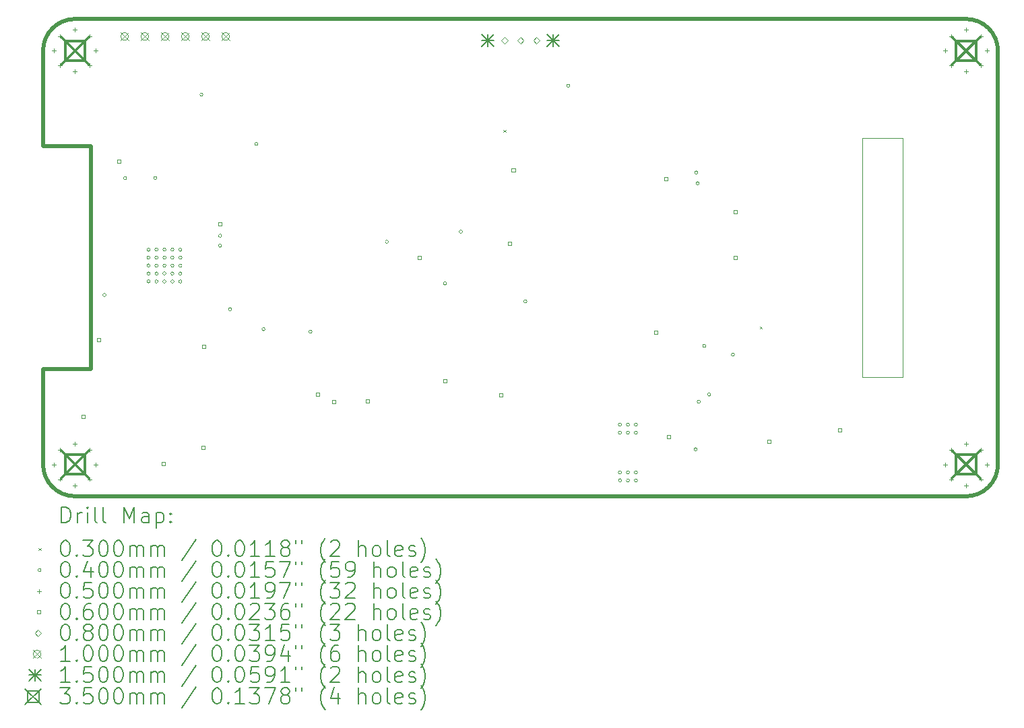
<source format=gbr>
%FSLAX45Y45*%
G04 Gerber Fmt 4.5, Leading zero omitted, Abs format (unit mm)*
G04 Created by KiCad (PCBNEW (6.0.0)) date 2021-12-31 15:40:04*
%MOMM*%
%LPD*%
G01*
G04 APERTURE LIST*
%TA.AperFunction,Profile*%
%ADD10C,0.500000*%
%TD*%
%TA.AperFunction,Profile*%
%ADD11C,0.100000*%
%TD*%
%ADD12C,0.200000*%
%ADD13C,0.030000*%
%ADD14C,0.040000*%
%ADD15C,0.050000*%
%ADD16C,0.060000*%
%ADD17C,0.080000*%
%ADD18C,0.100000*%
%ADD19C,0.150000*%
%ADD20C,0.350000*%
G04 APERTURE END LIST*
D10*
X20100000Y-15500000D02*
X8900000Y-15500000D01*
X8500000Y-11100000D02*
X8500000Y-9900000D01*
X8500000Y-13900000D02*
X8500000Y-15100000D01*
D11*
X18800000Y-14000000D02*
X18800000Y-11000000D01*
D10*
X8500000Y-15100000D02*
G75*
G03*
X8900000Y-15500000I400000J0D01*
G01*
X8900000Y-9500000D02*
X20100000Y-9500000D01*
D11*
X18800000Y-14000000D02*
X19300000Y-14000000D01*
D10*
X8500000Y-11100000D02*
X9100000Y-11100000D01*
X20500000Y-9900000D02*
G75*
G03*
X20100000Y-9500000I-400000J0D01*
G01*
X8900000Y-9500000D02*
G75*
G03*
X8500000Y-9900000I0J-400000D01*
G01*
X20500000Y-9900000D02*
X20500000Y-15100000D01*
D11*
X19300000Y-11000000D02*
X19300000Y-14000000D01*
D10*
X9100000Y-13900000D02*
X8500000Y-13900000D01*
X20100000Y-15500000D02*
G75*
G03*
X20500000Y-15100000I0J400000D01*
G01*
D11*
X18800000Y-11000000D02*
X19300000Y-11000000D01*
D10*
X9100000Y-11100000D02*
X9100000Y-13900000D01*
D12*
D13*
X14285000Y-10892306D02*
X14315000Y-10922306D01*
X14315000Y-10892306D02*
X14285000Y-10922306D01*
X17505000Y-13365000D02*
X17535000Y-13395000D01*
X17535000Y-13365000D02*
X17505000Y-13395000D01*
D14*
X9290000Y-12970000D02*
G75*
G03*
X9290000Y-12970000I-20000J0D01*
G01*
X9550000Y-11500000D02*
G75*
G03*
X9550000Y-11500000I-20000J0D01*
G01*
X9845000Y-12400000D02*
G75*
G03*
X9845000Y-12400000I-20000J0D01*
G01*
X9845000Y-12500000D02*
G75*
G03*
X9845000Y-12500000I-20000J0D01*
G01*
X9845000Y-12600000D02*
G75*
G03*
X9845000Y-12600000I-20000J0D01*
G01*
X9845000Y-12700000D02*
G75*
G03*
X9845000Y-12700000I-20000J0D01*
G01*
X9845000Y-12800000D02*
G75*
G03*
X9845000Y-12800000I-20000J0D01*
G01*
X9930000Y-11500000D02*
G75*
G03*
X9930000Y-11500000I-20000J0D01*
G01*
X9945000Y-12400000D02*
G75*
G03*
X9945000Y-12400000I-20000J0D01*
G01*
X9945000Y-12500000D02*
G75*
G03*
X9945000Y-12500000I-20000J0D01*
G01*
X9945000Y-12600000D02*
G75*
G03*
X9945000Y-12600000I-20000J0D01*
G01*
X9945000Y-12700000D02*
G75*
G03*
X9945000Y-12700000I-20000J0D01*
G01*
X9945000Y-12800000D02*
G75*
G03*
X9945000Y-12800000I-20000J0D01*
G01*
X10045000Y-12400000D02*
G75*
G03*
X10045000Y-12400000I-20000J0D01*
G01*
X10045000Y-12500000D02*
G75*
G03*
X10045000Y-12500000I-20000J0D01*
G01*
X10045000Y-12600000D02*
G75*
G03*
X10045000Y-12600000I-20000J0D01*
G01*
X10045000Y-12700000D02*
G75*
G03*
X10045000Y-12700000I-20000J0D01*
G01*
X10045000Y-12800000D02*
G75*
G03*
X10045000Y-12800000I-20000J0D01*
G01*
X10145000Y-12400000D02*
G75*
G03*
X10145000Y-12400000I-20000J0D01*
G01*
X10145000Y-12500000D02*
G75*
G03*
X10145000Y-12500000I-20000J0D01*
G01*
X10145000Y-12600000D02*
G75*
G03*
X10145000Y-12600000I-20000J0D01*
G01*
X10145000Y-12700000D02*
G75*
G03*
X10145000Y-12700000I-20000J0D01*
G01*
X10145000Y-12800000D02*
G75*
G03*
X10145000Y-12800000I-20000J0D01*
G01*
X10245000Y-12400000D02*
G75*
G03*
X10245000Y-12400000I-20000J0D01*
G01*
X10245000Y-12500000D02*
G75*
G03*
X10245000Y-12500000I-20000J0D01*
G01*
X10245000Y-12600000D02*
G75*
G03*
X10245000Y-12600000I-20000J0D01*
G01*
X10245000Y-12700000D02*
G75*
G03*
X10245000Y-12700000I-20000J0D01*
G01*
X10245000Y-12800000D02*
G75*
G03*
X10245000Y-12800000I-20000J0D01*
G01*
X10510000Y-10450000D02*
G75*
G03*
X10510000Y-10450000I-20000J0D01*
G01*
X10745000Y-12225000D02*
G75*
G03*
X10745000Y-12225000I-20000J0D01*
G01*
X10745000Y-12350000D02*
G75*
G03*
X10745000Y-12350000I-20000J0D01*
G01*
X10870000Y-13150000D02*
G75*
G03*
X10870000Y-13150000I-20000J0D01*
G01*
X11200000Y-11070000D02*
G75*
G03*
X11200000Y-11070000I-20000J0D01*
G01*
X11290000Y-13400000D02*
G75*
G03*
X11290000Y-13400000I-20000J0D01*
G01*
X11880000Y-13430000D02*
G75*
G03*
X11880000Y-13430000I-20000J0D01*
G01*
X12840000Y-12300000D02*
G75*
G03*
X12840000Y-12300000I-20000J0D01*
G01*
X13570000Y-12825000D02*
G75*
G03*
X13570000Y-12825000I-20000J0D01*
G01*
X13770000Y-12175000D02*
G75*
G03*
X13770000Y-12175000I-20000J0D01*
G01*
X14580000Y-13050000D02*
G75*
G03*
X14580000Y-13050000I-20000J0D01*
G01*
X15120000Y-10340000D02*
G75*
G03*
X15120000Y-10340000I-20000J0D01*
G01*
X15770000Y-14600000D02*
G75*
G03*
X15770000Y-14600000I-20000J0D01*
G01*
X15770000Y-14700000D02*
G75*
G03*
X15770000Y-14700000I-20000J0D01*
G01*
X15770000Y-15200000D02*
G75*
G03*
X15770000Y-15200000I-20000J0D01*
G01*
X15770000Y-15300000D02*
G75*
G03*
X15770000Y-15300000I-20000J0D01*
G01*
X15870000Y-14600000D02*
G75*
G03*
X15870000Y-14600000I-20000J0D01*
G01*
X15870000Y-14700000D02*
G75*
G03*
X15870000Y-14700000I-20000J0D01*
G01*
X15870000Y-15200000D02*
G75*
G03*
X15870000Y-15200000I-20000J0D01*
G01*
X15870000Y-15300000D02*
G75*
G03*
X15870000Y-15300000I-20000J0D01*
G01*
X15970000Y-14600000D02*
G75*
G03*
X15970000Y-14600000I-20000J0D01*
G01*
X15970000Y-14700000D02*
G75*
G03*
X15970000Y-14700000I-20000J0D01*
G01*
X15970000Y-15200000D02*
G75*
G03*
X15970000Y-15200000I-20000J0D01*
G01*
X15970000Y-15300000D02*
G75*
G03*
X15970000Y-15300000I-20000J0D01*
G01*
X16720000Y-14910000D02*
G75*
G03*
X16720000Y-14910000I-20000J0D01*
G01*
X16730000Y-11430000D02*
G75*
G03*
X16730000Y-11430000I-20000J0D01*
G01*
X16745250Y-11565250D02*
G75*
G03*
X16745250Y-11565250I-20000J0D01*
G01*
X16760000Y-14310000D02*
G75*
G03*
X16760000Y-14310000I-20000J0D01*
G01*
X16830000Y-13610000D02*
G75*
G03*
X16830000Y-13610000I-20000J0D01*
G01*
X16890000Y-14220000D02*
G75*
G03*
X16890000Y-14220000I-20000J0D01*
G01*
X17190000Y-13720000D02*
G75*
G03*
X17190000Y-13720000I-20000J0D01*
G01*
D15*
X8637500Y-9875000D02*
X8637500Y-9925000D01*
X8612500Y-9900000D02*
X8662500Y-9900000D01*
X8637500Y-15075000D02*
X8637500Y-15125000D01*
X8612500Y-15100000D02*
X8662500Y-15100000D01*
X8714385Y-9689385D02*
X8714385Y-9739385D01*
X8689385Y-9714385D02*
X8739385Y-9714385D01*
X8714385Y-10060616D02*
X8714385Y-10110616D01*
X8689385Y-10085616D02*
X8739385Y-10085616D01*
X8714385Y-14889384D02*
X8714385Y-14939384D01*
X8689385Y-14914384D02*
X8739385Y-14914384D01*
X8714385Y-15260615D02*
X8714385Y-15310615D01*
X8689385Y-15285615D02*
X8739385Y-15285615D01*
X8900000Y-9612500D02*
X8900000Y-9662500D01*
X8875000Y-9637500D02*
X8925000Y-9637500D01*
X8900000Y-10137500D02*
X8900000Y-10187500D01*
X8875000Y-10162500D02*
X8925000Y-10162500D01*
X8900000Y-14812500D02*
X8900000Y-14862500D01*
X8875000Y-14837500D02*
X8925000Y-14837500D01*
X8900000Y-15337500D02*
X8900000Y-15387500D01*
X8875000Y-15362500D02*
X8925000Y-15362500D01*
X9085616Y-9689385D02*
X9085616Y-9739385D01*
X9060616Y-9714385D02*
X9110616Y-9714385D01*
X9085616Y-10060616D02*
X9085616Y-10110616D01*
X9060616Y-10085616D02*
X9110616Y-10085616D01*
X9085616Y-14889384D02*
X9085616Y-14939384D01*
X9060616Y-14914384D02*
X9110616Y-14914384D01*
X9085616Y-15260615D02*
X9085616Y-15310615D01*
X9060616Y-15285615D02*
X9110616Y-15285615D01*
X9162500Y-9875000D02*
X9162500Y-9925000D01*
X9137500Y-9900000D02*
X9187500Y-9900000D01*
X9162500Y-15075000D02*
X9162500Y-15125000D01*
X9137500Y-15100000D02*
X9187500Y-15100000D01*
X19837500Y-9875000D02*
X19837500Y-9925000D01*
X19812500Y-9900000D02*
X19862500Y-9900000D01*
X19837500Y-15075000D02*
X19837500Y-15125000D01*
X19812500Y-15100000D02*
X19862500Y-15100000D01*
X19914385Y-9689385D02*
X19914385Y-9739385D01*
X19889385Y-9714385D02*
X19939385Y-9714385D01*
X19914385Y-10060616D02*
X19914385Y-10110616D01*
X19889385Y-10085616D02*
X19939385Y-10085616D01*
X19914385Y-14889384D02*
X19914385Y-14939384D01*
X19889385Y-14914384D02*
X19939385Y-14914384D01*
X19914385Y-15260615D02*
X19914385Y-15310615D01*
X19889385Y-15285615D02*
X19939385Y-15285615D01*
X20100000Y-9612500D02*
X20100000Y-9662500D01*
X20075000Y-9637500D02*
X20125000Y-9637500D01*
X20100000Y-10137500D02*
X20100000Y-10187500D01*
X20075000Y-10162500D02*
X20125000Y-10162500D01*
X20100000Y-14812500D02*
X20100000Y-14862500D01*
X20075000Y-14837500D02*
X20125000Y-14837500D01*
X20100000Y-15337500D02*
X20100000Y-15387500D01*
X20075000Y-15362500D02*
X20125000Y-15362500D01*
X20285616Y-9689385D02*
X20285616Y-9739385D01*
X20260616Y-9714385D02*
X20310616Y-9714385D01*
X20285616Y-10060616D02*
X20285616Y-10110616D01*
X20260616Y-10085616D02*
X20310616Y-10085616D01*
X20285616Y-14889384D02*
X20285616Y-14939384D01*
X20260616Y-14914384D02*
X20310616Y-14914384D01*
X20285616Y-15260615D02*
X20285616Y-15310615D01*
X20260616Y-15285615D02*
X20310616Y-15285615D01*
X20362500Y-9875000D02*
X20362500Y-9925000D01*
X20337500Y-9900000D02*
X20387500Y-9900000D01*
X20362500Y-15075000D02*
X20362500Y-15125000D01*
X20337500Y-15100000D02*
X20387500Y-15100000D01*
D16*
X9021213Y-14521213D02*
X9021213Y-14478787D01*
X8978787Y-14478787D01*
X8978787Y-14521213D01*
X9021213Y-14521213D01*
X9221213Y-13551213D02*
X9221213Y-13508787D01*
X9178787Y-13508787D01*
X9178787Y-13551213D01*
X9221213Y-13551213D01*
X9471213Y-11311213D02*
X9471213Y-11268787D01*
X9428787Y-11268787D01*
X9428787Y-11311213D01*
X9471213Y-11311213D01*
X10031213Y-15111213D02*
X10031213Y-15068787D01*
X9988787Y-15068787D01*
X9988787Y-15111213D01*
X10031213Y-15111213D01*
X10531213Y-14911213D02*
X10531213Y-14868787D01*
X10488787Y-14868787D01*
X10488787Y-14911213D01*
X10531213Y-14911213D01*
X10541213Y-13641213D02*
X10541213Y-13598787D01*
X10498787Y-13598787D01*
X10498787Y-13641213D01*
X10541213Y-13641213D01*
X10746213Y-12096213D02*
X10746213Y-12053787D01*
X10703787Y-12053787D01*
X10703787Y-12096213D01*
X10746213Y-12096213D01*
X11971213Y-14238712D02*
X11971213Y-14196286D01*
X11928787Y-14196286D01*
X11928787Y-14238712D01*
X11971213Y-14238712D01*
X12171213Y-14331162D02*
X12171213Y-14288736D01*
X12128787Y-14288736D01*
X12128787Y-14331162D01*
X12171213Y-14331162D01*
X12596213Y-14321213D02*
X12596213Y-14278787D01*
X12553787Y-14278787D01*
X12553787Y-14321213D01*
X12596213Y-14321213D01*
X13246213Y-12521213D02*
X13246213Y-12478787D01*
X13203787Y-12478787D01*
X13203787Y-12521213D01*
X13246213Y-12521213D01*
X13571213Y-14071213D02*
X13571213Y-14028787D01*
X13528787Y-14028787D01*
X13528787Y-14071213D01*
X13571213Y-14071213D01*
X14271213Y-14246213D02*
X14271213Y-14203787D01*
X14228787Y-14203787D01*
X14228787Y-14246213D01*
X14271213Y-14246213D01*
X14381213Y-12341213D02*
X14381213Y-12298787D01*
X14338787Y-12298787D01*
X14338787Y-12341213D01*
X14381213Y-12341213D01*
X14431213Y-11421213D02*
X14431213Y-11378787D01*
X14388787Y-11378787D01*
X14388787Y-11421213D01*
X14431213Y-11421213D01*
X16221213Y-13461213D02*
X16221213Y-13418787D01*
X16178787Y-13418787D01*
X16178787Y-13461213D01*
X16221213Y-13461213D01*
X16351213Y-11531213D02*
X16351213Y-11488787D01*
X16308787Y-11488787D01*
X16308787Y-11531213D01*
X16351213Y-11531213D01*
X16381213Y-14771213D02*
X16381213Y-14728787D01*
X16338787Y-14728787D01*
X16338787Y-14771213D01*
X16381213Y-14771213D01*
X17221213Y-11946213D02*
X17221213Y-11903787D01*
X17178787Y-11903787D01*
X17178787Y-11946213D01*
X17221213Y-11946213D01*
X17221213Y-12521213D02*
X17221213Y-12478787D01*
X17178787Y-12478787D01*
X17178787Y-12521213D01*
X17221213Y-12521213D01*
X17641213Y-14831213D02*
X17641213Y-14788787D01*
X17598787Y-14788787D01*
X17598787Y-14831213D01*
X17641213Y-14831213D01*
X18536213Y-14688213D02*
X18536213Y-14645787D01*
X18493787Y-14645787D01*
X18493787Y-14688213D01*
X18536213Y-14688213D01*
D17*
X14300000Y-9810250D02*
X14340000Y-9770250D01*
X14300000Y-9730250D01*
X14260000Y-9770250D01*
X14300000Y-9810250D01*
X14500000Y-9810250D02*
X14540000Y-9770250D01*
X14500000Y-9730250D01*
X14460000Y-9770250D01*
X14500000Y-9810250D01*
X14700000Y-9810250D02*
X14740000Y-9770250D01*
X14700000Y-9730250D01*
X14660000Y-9770250D01*
X14700000Y-9810250D01*
D18*
X9475000Y-9670000D02*
X9575000Y-9770000D01*
X9575000Y-9670000D02*
X9475000Y-9770000D01*
X9575000Y-9720000D02*
G75*
G03*
X9575000Y-9720000I-50000J0D01*
G01*
X9729000Y-9670000D02*
X9829000Y-9770000D01*
X9829000Y-9670000D02*
X9729000Y-9770000D01*
X9829000Y-9720000D02*
G75*
G03*
X9829000Y-9720000I-50000J0D01*
G01*
X9983000Y-9670000D02*
X10083000Y-9770000D01*
X10083000Y-9670000D02*
X9983000Y-9770000D01*
X10083000Y-9720000D02*
G75*
G03*
X10083000Y-9720000I-50000J0D01*
G01*
X10237000Y-9670000D02*
X10337000Y-9770000D01*
X10337000Y-9670000D02*
X10237000Y-9770000D01*
X10337000Y-9720000D02*
G75*
G03*
X10337000Y-9720000I-50000J0D01*
G01*
X10491000Y-9670000D02*
X10591000Y-9770000D01*
X10591000Y-9670000D02*
X10491000Y-9770000D01*
X10591000Y-9720000D02*
G75*
G03*
X10591000Y-9720000I-50000J0D01*
G01*
X10745000Y-9670000D02*
X10845000Y-9770000D01*
X10845000Y-9670000D02*
X10745000Y-9770000D01*
X10845000Y-9720000D02*
G75*
G03*
X10845000Y-9720000I-50000J0D01*
G01*
D19*
X14015000Y-9695250D02*
X14165000Y-9845250D01*
X14165000Y-9695250D02*
X14015000Y-9845250D01*
X14090000Y-9695250D02*
X14090000Y-9845250D01*
X14015000Y-9770250D02*
X14165000Y-9770250D01*
X14835000Y-9695250D02*
X14985000Y-9845250D01*
X14985000Y-9695250D02*
X14835000Y-9845250D01*
X14910000Y-9695250D02*
X14910000Y-9845250D01*
X14835000Y-9770250D02*
X14985000Y-9770250D01*
D20*
X8725000Y-9725000D02*
X9075000Y-10075000D01*
X9075000Y-9725000D02*
X8725000Y-10075000D01*
X9023745Y-10023745D02*
X9023745Y-9776255D01*
X8776255Y-9776255D01*
X8776255Y-10023745D01*
X9023745Y-10023745D01*
X8725000Y-14925000D02*
X9075000Y-15275000D01*
X9075000Y-14925000D02*
X8725000Y-15275000D01*
X9023745Y-15223745D02*
X9023745Y-14976255D01*
X8776255Y-14976255D01*
X8776255Y-15223745D01*
X9023745Y-15223745D01*
X19925000Y-9725000D02*
X20275000Y-10075000D01*
X20275000Y-9725000D02*
X19925000Y-10075000D01*
X20223745Y-10023745D02*
X20223745Y-9776255D01*
X19976255Y-9776255D01*
X19976255Y-10023745D01*
X20223745Y-10023745D01*
X19925000Y-14925000D02*
X20275000Y-15275000D01*
X20275000Y-14925000D02*
X19925000Y-15275000D01*
X20223745Y-15223745D02*
X20223745Y-14976255D01*
X19976255Y-14976255D01*
X19976255Y-15223745D01*
X20223745Y-15223745D01*
D12*
X8732619Y-15835476D02*
X8732619Y-15635476D01*
X8780238Y-15635476D01*
X8808810Y-15645000D01*
X8827857Y-15664048D01*
X8837381Y-15683095D01*
X8846905Y-15721190D01*
X8846905Y-15749762D01*
X8837381Y-15787857D01*
X8827857Y-15806905D01*
X8808810Y-15825952D01*
X8780238Y-15835476D01*
X8732619Y-15835476D01*
X8932619Y-15835476D02*
X8932619Y-15702143D01*
X8932619Y-15740238D02*
X8942143Y-15721190D01*
X8951667Y-15711667D01*
X8970714Y-15702143D01*
X8989762Y-15702143D01*
X9056429Y-15835476D02*
X9056429Y-15702143D01*
X9056429Y-15635476D02*
X9046905Y-15645000D01*
X9056429Y-15654524D01*
X9065952Y-15645000D01*
X9056429Y-15635476D01*
X9056429Y-15654524D01*
X9180238Y-15835476D02*
X9161190Y-15825952D01*
X9151667Y-15806905D01*
X9151667Y-15635476D01*
X9285000Y-15835476D02*
X9265952Y-15825952D01*
X9256429Y-15806905D01*
X9256429Y-15635476D01*
X9513571Y-15835476D02*
X9513571Y-15635476D01*
X9580238Y-15778333D01*
X9646905Y-15635476D01*
X9646905Y-15835476D01*
X9827857Y-15835476D02*
X9827857Y-15730714D01*
X9818333Y-15711667D01*
X9799286Y-15702143D01*
X9761190Y-15702143D01*
X9742143Y-15711667D01*
X9827857Y-15825952D02*
X9808810Y-15835476D01*
X9761190Y-15835476D01*
X9742143Y-15825952D01*
X9732619Y-15806905D01*
X9732619Y-15787857D01*
X9742143Y-15768809D01*
X9761190Y-15759286D01*
X9808810Y-15759286D01*
X9827857Y-15749762D01*
X9923095Y-15702143D02*
X9923095Y-15902143D01*
X9923095Y-15711667D02*
X9942143Y-15702143D01*
X9980238Y-15702143D01*
X9999286Y-15711667D01*
X10008810Y-15721190D01*
X10018333Y-15740238D01*
X10018333Y-15797381D01*
X10008810Y-15816428D01*
X9999286Y-15825952D01*
X9980238Y-15835476D01*
X9942143Y-15835476D01*
X9923095Y-15825952D01*
X10104048Y-15816428D02*
X10113571Y-15825952D01*
X10104048Y-15835476D01*
X10094524Y-15825952D01*
X10104048Y-15816428D01*
X10104048Y-15835476D01*
X10104048Y-15711667D02*
X10113571Y-15721190D01*
X10104048Y-15730714D01*
X10094524Y-15721190D01*
X10104048Y-15711667D01*
X10104048Y-15730714D01*
D13*
X8445000Y-16150000D02*
X8475000Y-16180000D01*
X8475000Y-16150000D02*
X8445000Y-16180000D01*
D12*
X8770714Y-16055476D02*
X8789762Y-16055476D01*
X8808810Y-16065000D01*
X8818333Y-16074524D01*
X8827857Y-16093571D01*
X8837381Y-16131667D01*
X8837381Y-16179286D01*
X8827857Y-16217381D01*
X8818333Y-16236428D01*
X8808810Y-16245952D01*
X8789762Y-16255476D01*
X8770714Y-16255476D01*
X8751667Y-16245952D01*
X8742143Y-16236428D01*
X8732619Y-16217381D01*
X8723095Y-16179286D01*
X8723095Y-16131667D01*
X8732619Y-16093571D01*
X8742143Y-16074524D01*
X8751667Y-16065000D01*
X8770714Y-16055476D01*
X8923095Y-16236428D02*
X8932619Y-16245952D01*
X8923095Y-16255476D01*
X8913571Y-16245952D01*
X8923095Y-16236428D01*
X8923095Y-16255476D01*
X8999286Y-16055476D02*
X9123095Y-16055476D01*
X9056429Y-16131667D01*
X9085000Y-16131667D01*
X9104048Y-16141190D01*
X9113571Y-16150714D01*
X9123095Y-16169762D01*
X9123095Y-16217381D01*
X9113571Y-16236428D01*
X9104048Y-16245952D01*
X9085000Y-16255476D01*
X9027857Y-16255476D01*
X9008810Y-16245952D01*
X8999286Y-16236428D01*
X9246905Y-16055476D02*
X9265952Y-16055476D01*
X9285000Y-16065000D01*
X9294524Y-16074524D01*
X9304048Y-16093571D01*
X9313571Y-16131667D01*
X9313571Y-16179286D01*
X9304048Y-16217381D01*
X9294524Y-16236428D01*
X9285000Y-16245952D01*
X9265952Y-16255476D01*
X9246905Y-16255476D01*
X9227857Y-16245952D01*
X9218333Y-16236428D01*
X9208810Y-16217381D01*
X9199286Y-16179286D01*
X9199286Y-16131667D01*
X9208810Y-16093571D01*
X9218333Y-16074524D01*
X9227857Y-16065000D01*
X9246905Y-16055476D01*
X9437381Y-16055476D02*
X9456429Y-16055476D01*
X9475476Y-16065000D01*
X9485000Y-16074524D01*
X9494524Y-16093571D01*
X9504048Y-16131667D01*
X9504048Y-16179286D01*
X9494524Y-16217381D01*
X9485000Y-16236428D01*
X9475476Y-16245952D01*
X9456429Y-16255476D01*
X9437381Y-16255476D01*
X9418333Y-16245952D01*
X9408810Y-16236428D01*
X9399286Y-16217381D01*
X9389762Y-16179286D01*
X9389762Y-16131667D01*
X9399286Y-16093571D01*
X9408810Y-16074524D01*
X9418333Y-16065000D01*
X9437381Y-16055476D01*
X9589762Y-16255476D02*
X9589762Y-16122143D01*
X9589762Y-16141190D02*
X9599286Y-16131667D01*
X9618333Y-16122143D01*
X9646905Y-16122143D01*
X9665952Y-16131667D01*
X9675476Y-16150714D01*
X9675476Y-16255476D01*
X9675476Y-16150714D02*
X9685000Y-16131667D01*
X9704048Y-16122143D01*
X9732619Y-16122143D01*
X9751667Y-16131667D01*
X9761190Y-16150714D01*
X9761190Y-16255476D01*
X9856429Y-16255476D02*
X9856429Y-16122143D01*
X9856429Y-16141190D02*
X9865952Y-16131667D01*
X9885000Y-16122143D01*
X9913571Y-16122143D01*
X9932619Y-16131667D01*
X9942143Y-16150714D01*
X9942143Y-16255476D01*
X9942143Y-16150714D02*
X9951667Y-16131667D01*
X9970714Y-16122143D01*
X9999286Y-16122143D01*
X10018333Y-16131667D01*
X10027857Y-16150714D01*
X10027857Y-16255476D01*
X10418333Y-16045952D02*
X10246905Y-16303095D01*
X10675476Y-16055476D02*
X10694524Y-16055476D01*
X10713571Y-16065000D01*
X10723095Y-16074524D01*
X10732619Y-16093571D01*
X10742143Y-16131667D01*
X10742143Y-16179286D01*
X10732619Y-16217381D01*
X10723095Y-16236428D01*
X10713571Y-16245952D01*
X10694524Y-16255476D01*
X10675476Y-16255476D01*
X10656429Y-16245952D01*
X10646905Y-16236428D01*
X10637381Y-16217381D01*
X10627857Y-16179286D01*
X10627857Y-16131667D01*
X10637381Y-16093571D01*
X10646905Y-16074524D01*
X10656429Y-16065000D01*
X10675476Y-16055476D01*
X10827857Y-16236428D02*
X10837381Y-16245952D01*
X10827857Y-16255476D01*
X10818333Y-16245952D01*
X10827857Y-16236428D01*
X10827857Y-16255476D01*
X10961190Y-16055476D02*
X10980238Y-16055476D01*
X10999286Y-16065000D01*
X11008810Y-16074524D01*
X11018333Y-16093571D01*
X11027857Y-16131667D01*
X11027857Y-16179286D01*
X11018333Y-16217381D01*
X11008810Y-16236428D01*
X10999286Y-16245952D01*
X10980238Y-16255476D01*
X10961190Y-16255476D01*
X10942143Y-16245952D01*
X10932619Y-16236428D01*
X10923095Y-16217381D01*
X10913571Y-16179286D01*
X10913571Y-16131667D01*
X10923095Y-16093571D01*
X10932619Y-16074524D01*
X10942143Y-16065000D01*
X10961190Y-16055476D01*
X11218333Y-16255476D02*
X11104048Y-16255476D01*
X11161190Y-16255476D02*
X11161190Y-16055476D01*
X11142143Y-16084048D01*
X11123095Y-16103095D01*
X11104048Y-16112619D01*
X11408809Y-16255476D02*
X11294524Y-16255476D01*
X11351667Y-16255476D02*
X11351667Y-16055476D01*
X11332619Y-16084048D01*
X11313571Y-16103095D01*
X11294524Y-16112619D01*
X11523095Y-16141190D02*
X11504048Y-16131667D01*
X11494524Y-16122143D01*
X11485000Y-16103095D01*
X11485000Y-16093571D01*
X11494524Y-16074524D01*
X11504048Y-16065000D01*
X11523095Y-16055476D01*
X11561190Y-16055476D01*
X11580238Y-16065000D01*
X11589762Y-16074524D01*
X11599286Y-16093571D01*
X11599286Y-16103095D01*
X11589762Y-16122143D01*
X11580238Y-16131667D01*
X11561190Y-16141190D01*
X11523095Y-16141190D01*
X11504048Y-16150714D01*
X11494524Y-16160238D01*
X11485000Y-16179286D01*
X11485000Y-16217381D01*
X11494524Y-16236428D01*
X11504048Y-16245952D01*
X11523095Y-16255476D01*
X11561190Y-16255476D01*
X11580238Y-16245952D01*
X11589762Y-16236428D01*
X11599286Y-16217381D01*
X11599286Y-16179286D01*
X11589762Y-16160238D01*
X11580238Y-16150714D01*
X11561190Y-16141190D01*
X11675476Y-16055476D02*
X11675476Y-16093571D01*
X11751667Y-16055476D02*
X11751667Y-16093571D01*
X12046905Y-16331667D02*
X12037381Y-16322143D01*
X12018333Y-16293571D01*
X12008809Y-16274524D01*
X11999286Y-16245952D01*
X11989762Y-16198333D01*
X11989762Y-16160238D01*
X11999286Y-16112619D01*
X12008809Y-16084048D01*
X12018333Y-16065000D01*
X12037381Y-16036428D01*
X12046905Y-16026905D01*
X12113571Y-16074524D02*
X12123095Y-16065000D01*
X12142143Y-16055476D01*
X12189762Y-16055476D01*
X12208809Y-16065000D01*
X12218333Y-16074524D01*
X12227857Y-16093571D01*
X12227857Y-16112619D01*
X12218333Y-16141190D01*
X12104048Y-16255476D01*
X12227857Y-16255476D01*
X12465952Y-16255476D02*
X12465952Y-16055476D01*
X12551667Y-16255476D02*
X12551667Y-16150714D01*
X12542143Y-16131667D01*
X12523095Y-16122143D01*
X12494524Y-16122143D01*
X12475476Y-16131667D01*
X12465952Y-16141190D01*
X12675476Y-16255476D02*
X12656428Y-16245952D01*
X12646905Y-16236428D01*
X12637381Y-16217381D01*
X12637381Y-16160238D01*
X12646905Y-16141190D01*
X12656428Y-16131667D01*
X12675476Y-16122143D01*
X12704048Y-16122143D01*
X12723095Y-16131667D01*
X12732619Y-16141190D01*
X12742143Y-16160238D01*
X12742143Y-16217381D01*
X12732619Y-16236428D01*
X12723095Y-16245952D01*
X12704048Y-16255476D01*
X12675476Y-16255476D01*
X12856428Y-16255476D02*
X12837381Y-16245952D01*
X12827857Y-16226905D01*
X12827857Y-16055476D01*
X13008809Y-16245952D02*
X12989762Y-16255476D01*
X12951667Y-16255476D01*
X12932619Y-16245952D01*
X12923095Y-16226905D01*
X12923095Y-16150714D01*
X12932619Y-16131667D01*
X12951667Y-16122143D01*
X12989762Y-16122143D01*
X13008809Y-16131667D01*
X13018333Y-16150714D01*
X13018333Y-16169762D01*
X12923095Y-16188809D01*
X13094524Y-16245952D02*
X13113571Y-16255476D01*
X13151667Y-16255476D01*
X13170714Y-16245952D01*
X13180238Y-16226905D01*
X13180238Y-16217381D01*
X13170714Y-16198333D01*
X13151667Y-16188809D01*
X13123095Y-16188809D01*
X13104048Y-16179286D01*
X13094524Y-16160238D01*
X13094524Y-16150714D01*
X13104048Y-16131667D01*
X13123095Y-16122143D01*
X13151667Y-16122143D01*
X13170714Y-16131667D01*
X13246905Y-16331667D02*
X13256428Y-16322143D01*
X13275476Y-16293571D01*
X13285000Y-16274524D01*
X13294524Y-16245952D01*
X13304048Y-16198333D01*
X13304048Y-16160238D01*
X13294524Y-16112619D01*
X13285000Y-16084048D01*
X13275476Y-16065000D01*
X13256428Y-16036428D01*
X13246905Y-16026905D01*
D14*
X8475000Y-16429000D02*
G75*
G03*
X8475000Y-16429000I-20000J0D01*
G01*
D12*
X8770714Y-16319476D02*
X8789762Y-16319476D01*
X8808810Y-16329000D01*
X8818333Y-16338524D01*
X8827857Y-16357571D01*
X8837381Y-16395667D01*
X8837381Y-16443286D01*
X8827857Y-16481381D01*
X8818333Y-16500428D01*
X8808810Y-16509952D01*
X8789762Y-16519476D01*
X8770714Y-16519476D01*
X8751667Y-16509952D01*
X8742143Y-16500428D01*
X8732619Y-16481381D01*
X8723095Y-16443286D01*
X8723095Y-16395667D01*
X8732619Y-16357571D01*
X8742143Y-16338524D01*
X8751667Y-16329000D01*
X8770714Y-16319476D01*
X8923095Y-16500428D02*
X8932619Y-16509952D01*
X8923095Y-16519476D01*
X8913571Y-16509952D01*
X8923095Y-16500428D01*
X8923095Y-16519476D01*
X9104048Y-16386143D02*
X9104048Y-16519476D01*
X9056429Y-16309952D02*
X9008810Y-16452809D01*
X9132619Y-16452809D01*
X9246905Y-16319476D02*
X9265952Y-16319476D01*
X9285000Y-16329000D01*
X9294524Y-16338524D01*
X9304048Y-16357571D01*
X9313571Y-16395667D01*
X9313571Y-16443286D01*
X9304048Y-16481381D01*
X9294524Y-16500428D01*
X9285000Y-16509952D01*
X9265952Y-16519476D01*
X9246905Y-16519476D01*
X9227857Y-16509952D01*
X9218333Y-16500428D01*
X9208810Y-16481381D01*
X9199286Y-16443286D01*
X9199286Y-16395667D01*
X9208810Y-16357571D01*
X9218333Y-16338524D01*
X9227857Y-16329000D01*
X9246905Y-16319476D01*
X9437381Y-16319476D02*
X9456429Y-16319476D01*
X9475476Y-16329000D01*
X9485000Y-16338524D01*
X9494524Y-16357571D01*
X9504048Y-16395667D01*
X9504048Y-16443286D01*
X9494524Y-16481381D01*
X9485000Y-16500428D01*
X9475476Y-16509952D01*
X9456429Y-16519476D01*
X9437381Y-16519476D01*
X9418333Y-16509952D01*
X9408810Y-16500428D01*
X9399286Y-16481381D01*
X9389762Y-16443286D01*
X9389762Y-16395667D01*
X9399286Y-16357571D01*
X9408810Y-16338524D01*
X9418333Y-16329000D01*
X9437381Y-16319476D01*
X9589762Y-16519476D02*
X9589762Y-16386143D01*
X9589762Y-16405190D02*
X9599286Y-16395667D01*
X9618333Y-16386143D01*
X9646905Y-16386143D01*
X9665952Y-16395667D01*
X9675476Y-16414714D01*
X9675476Y-16519476D01*
X9675476Y-16414714D02*
X9685000Y-16395667D01*
X9704048Y-16386143D01*
X9732619Y-16386143D01*
X9751667Y-16395667D01*
X9761190Y-16414714D01*
X9761190Y-16519476D01*
X9856429Y-16519476D02*
X9856429Y-16386143D01*
X9856429Y-16405190D02*
X9865952Y-16395667D01*
X9885000Y-16386143D01*
X9913571Y-16386143D01*
X9932619Y-16395667D01*
X9942143Y-16414714D01*
X9942143Y-16519476D01*
X9942143Y-16414714D02*
X9951667Y-16395667D01*
X9970714Y-16386143D01*
X9999286Y-16386143D01*
X10018333Y-16395667D01*
X10027857Y-16414714D01*
X10027857Y-16519476D01*
X10418333Y-16309952D02*
X10246905Y-16567095D01*
X10675476Y-16319476D02*
X10694524Y-16319476D01*
X10713571Y-16329000D01*
X10723095Y-16338524D01*
X10732619Y-16357571D01*
X10742143Y-16395667D01*
X10742143Y-16443286D01*
X10732619Y-16481381D01*
X10723095Y-16500428D01*
X10713571Y-16509952D01*
X10694524Y-16519476D01*
X10675476Y-16519476D01*
X10656429Y-16509952D01*
X10646905Y-16500428D01*
X10637381Y-16481381D01*
X10627857Y-16443286D01*
X10627857Y-16395667D01*
X10637381Y-16357571D01*
X10646905Y-16338524D01*
X10656429Y-16329000D01*
X10675476Y-16319476D01*
X10827857Y-16500428D02*
X10837381Y-16509952D01*
X10827857Y-16519476D01*
X10818333Y-16509952D01*
X10827857Y-16500428D01*
X10827857Y-16519476D01*
X10961190Y-16319476D02*
X10980238Y-16319476D01*
X10999286Y-16329000D01*
X11008810Y-16338524D01*
X11018333Y-16357571D01*
X11027857Y-16395667D01*
X11027857Y-16443286D01*
X11018333Y-16481381D01*
X11008810Y-16500428D01*
X10999286Y-16509952D01*
X10980238Y-16519476D01*
X10961190Y-16519476D01*
X10942143Y-16509952D01*
X10932619Y-16500428D01*
X10923095Y-16481381D01*
X10913571Y-16443286D01*
X10913571Y-16395667D01*
X10923095Y-16357571D01*
X10932619Y-16338524D01*
X10942143Y-16329000D01*
X10961190Y-16319476D01*
X11218333Y-16519476D02*
X11104048Y-16519476D01*
X11161190Y-16519476D02*
X11161190Y-16319476D01*
X11142143Y-16348048D01*
X11123095Y-16367095D01*
X11104048Y-16376619D01*
X11399286Y-16319476D02*
X11304048Y-16319476D01*
X11294524Y-16414714D01*
X11304048Y-16405190D01*
X11323095Y-16395667D01*
X11370714Y-16395667D01*
X11389762Y-16405190D01*
X11399286Y-16414714D01*
X11408809Y-16433762D01*
X11408809Y-16481381D01*
X11399286Y-16500428D01*
X11389762Y-16509952D01*
X11370714Y-16519476D01*
X11323095Y-16519476D01*
X11304048Y-16509952D01*
X11294524Y-16500428D01*
X11475476Y-16319476D02*
X11608809Y-16319476D01*
X11523095Y-16519476D01*
X11675476Y-16319476D02*
X11675476Y-16357571D01*
X11751667Y-16319476D02*
X11751667Y-16357571D01*
X12046905Y-16595667D02*
X12037381Y-16586143D01*
X12018333Y-16557571D01*
X12008809Y-16538524D01*
X11999286Y-16509952D01*
X11989762Y-16462333D01*
X11989762Y-16424238D01*
X11999286Y-16376619D01*
X12008809Y-16348048D01*
X12018333Y-16329000D01*
X12037381Y-16300428D01*
X12046905Y-16290905D01*
X12218333Y-16319476D02*
X12123095Y-16319476D01*
X12113571Y-16414714D01*
X12123095Y-16405190D01*
X12142143Y-16395667D01*
X12189762Y-16395667D01*
X12208809Y-16405190D01*
X12218333Y-16414714D01*
X12227857Y-16433762D01*
X12227857Y-16481381D01*
X12218333Y-16500428D01*
X12208809Y-16509952D01*
X12189762Y-16519476D01*
X12142143Y-16519476D01*
X12123095Y-16509952D01*
X12113571Y-16500428D01*
X12323095Y-16519476D02*
X12361190Y-16519476D01*
X12380238Y-16509952D01*
X12389762Y-16500428D01*
X12408809Y-16471857D01*
X12418333Y-16433762D01*
X12418333Y-16357571D01*
X12408809Y-16338524D01*
X12399286Y-16329000D01*
X12380238Y-16319476D01*
X12342143Y-16319476D01*
X12323095Y-16329000D01*
X12313571Y-16338524D01*
X12304048Y-16357571D01*
X12304048Y-16405190D01*
X12313571Y-16424238D01*
X12323095Y-16433762D01*
X12342143Y-16443286D01*
X12380238Y-16443286D01*
X12399286Y-16433762D01*
X12408809Y-16424238D01*
X12418333Y-16405190D01*
X12656428Y-16519476D02*
X12656428Y-16319476D01*
X12742143Y-16519476D02*
X12742143Y-16414714D01*
X12732619Y-16395667D01*
X12713571Y-16386143D01*
X12685000Y-16386143D01*
X12665952Y-16395667D01*
X12656428Y-16405190D01*
X12865952Y-16519476D02*
X12846905Y-16509952D01*
X12837381Y-16500428D01*
X12827857Y-16481381D01*
X12827857Y-16424238D01*
X12837381Y-16405190D01*
X12846905Y-16395667D01*
X12865952Y-16386143D01*
X12894524Y-16386143D01*
X12913571Y-16395667D01*
X12923095Y-16405190D01*
X12932619Y-16424238D01*
X12932619Y-16481381D01*
X12923095Y-16500428D01*
X12913571Y-16509952D01*
X12894524Y-16519476D01*
X12865952Y-16519476D01*
X13046905Y-16519476D02*
X13027857Y-16509952D01*
X13018333Y-16490905D01*
X13018333Y-16319476D01*
X13199286Y-16509952D02*
X13180238Y-16519476D01*
X13142143Y-16519476D01*
X13123095Y-16509952D01*
X13113571Y-16490905D01*
X13113571Y-16414714D01*
X13123095Y-16395667D01*
X13142143Y-16386143D01*
X13180238Y-16386143D01*
X13199286Y-16395667D01*
X13208809Y-16414714D01*
X13208809Y-16433762D01*
X13113571Y-16452809D01*
X13285000Y-16509952D02*
X13304048Y-16519476D01*
X13342143Y-16519476D01*
X13361190Y-16509952D01*
X13370714Y-16490905D01*
X13370714Y-16481381D01*
X13361190Y-16462333D01*
X13342143Y-16452809D01*
X13313571Y-16452809D01*
X13294524Y-16443286D01*
X13285000Y-16424238D01*
X13285000Y-16414714D01*
X13294524Y-16395667D01*
X13313571Y-16386143D01*
X13342143Y-16386143D01*
X13361190Y-16395667D01*
X13437381Y-16595667D02*
X13446905Y-16586143D01*
X13465952Y-16557571D01*
X13475476Y-16538524D01*
X13485000Y-16509952D01*
X13494524Y-16462333D01*
X13494524Y-16424238D01*
X13485000Y-16376619D01*
X13475476Y-16348048D01*
X13465952Y-16329000D01*
X13446905Y-16300428D01*
X13437381Y-16290905D01*
D15*
X8450000Y-16668000D02*
X8450000Y-16718000D01*
X8425000Y-16693000D02*
X8475000Y-16693000D01*
D12*
X8770714Y-16583476D02*
X8789762Y-16583476D01*
X8808810Y-16593000D01*
X8818333Y-16602524D01*
X8827857Y-16621571D01*
X8837381Y-16659667D01*
X8837381Y-16707286D01*
X8827857Y-16745381D01*
X8818333Y-16764428D01*
X8808810Y-16773952D01*
X8789762Y-16783476D01*
X8770714Y-16783476D01*
X8751667Y-16773952D01*
X8742143Y-16764428D01*
X8732619Y-16745381D01*
X8723095Y-16707286D01*
X8723095Y-16659667D01*
X8732619Y-16621571D01*
X8742143Y-16602524D01*
X8751667Y-16593000D01*
X8770714Y-16583476D01*
X8923095Y-16764428D02*
X8932619Y-16773952D01*
X8923095Y-16783476D01*
X8913571Y-16773952D01*
X8923095Y-16764428D01*
X8923095Y-16783476D01*
X9113571Y-16583476D02*
X9018333Y-16583476D01*
X9008810Y-16678714D01*
X9018333Y-16669190D01*
X9037381Y-16659667D01*
X9085000Y-16659667D01*
X9104048Y-16669190D01*
X9113571Y-16678714D01*
X9123095Y-16697762D01*
X9123095Y-16745381D01*
X9113571Y-16764428D01*
X9104048Y-16773952D01*
X9085000Y-16783476D01*
X9037381Y-16783476D01*
X9018333Y-16773952D01*
X9008810Y-16764428D01*
X9246905Y-16583476D02*
X9265952Y-16583476D01*
X9285000Y-16593000D01*
X9294524Y-16602524D01*
X9304048Y-16621571D01*
X9313571Y-16659667D01*
X9313571Y-16707286D01*
X9304048Y-16745381D01*
X9294524Y-16764428D01*
X9285000Y-16773952D01*
X9265952Y-16783476D01*
X9246905Y-16783476D01*
X9227857Y-16773952D01*
X9218333Y-16764428D01*
X9208810Y-16745381D01*
X9199286Y-16707286D01*
X9199286Y-16659667D01*
X9208810Y-16621571D01*
X9218333Y-16602524D01*
X9227857Y-16593000D01*
X9246905Y-16583476D01*
X9437381Y-16583476D02*
X9456429Y-16583476D01*
X9475476Y-16593000D01*
X9485000Y-16602524D01*
X9494524Y-16621571D01*
X9504048Y-16659667D01*
X9504048Y-16707286D01*
X9494524Y-16745381D01*
X9485000Y-16764428D01*
X9475476Y-16773952D01*
X9456429Y-16783476D01*
X9437381Y-16783476D01*
X9418333Y-16773952D01*
X9408810Y-16764428D01*
X9399286Y-16745381D01*
X9389762Y-16707286D01*
X9389762Y-16659667D01*
X9399286Y-16621571D01*
X9408810Y-16602524D01*
X9418333Y-16593000D01*
X9437381Y-16583476D01*
X9589762Y-16783476D02*
X9589762Y-16650143D01*
X9589762Y-16669190D02*
X9599286Y-16659667D01*
X9618333Y-16650143D01*
X9646905Y-16650143D01*
X9665952Y-16659667D01*
X9675476Y-16678714D01*
X9675476Y-16783476D01*
X9675476Y-16678714D02*
X9685000Y-16659667D01*
X9704048Y-16650143D01*
X9732619Y-16650143D01*
X9751667Y-16659667D01*
X9761190Y-16678714D01*
X9761190Y-16783476D01*
X9856429Y-16783476D02*
X9856429Y-16650143D01*
X9856429Y-16669190D02*
X9865952Y-16659667D01*
X9885000Y-16650143D01*
X9913571Y-16650143D01*
X9932619Y-16659667D01*
X9942143Y-16678714D01*
X9942143Y-16783476D01*
X9942143Y-16678714D02*
X9951667Y-16659667D01*
X9970714Y-16650143D01*
X9999286Y-16650143D01*
X10018333Y-16659667D01*
X10027857Y-16678714D01*
X10027857Y-16783476D01*
X10418333Y-16573952D02*
X10246905Y-16831095D01*
X10675476Y-16583476D02*
X10694524Y-16583476D01*
X10713571Y-16593000D01*
X10723095Y-16602524D01*
X10732619Y-16621571D01*
X10742143Y-16659667D01*
X10742143Y-16707286D01*
X10732619Y-16745381D01*
X10723095Y-16764428D01*
X10713571Y-16773952D01*
X10694524Y-16783476D01*
X10675476Y-16783476D01*
X10656429Y-16773952D01*
X10646905Y-16764428D01*
X10637381Y-16745381D01*
X10627857Y-16707286D01*
X10627857Y-16659667D01*
X10637381Y-16621571D01*
X10646905Y-16602524D01*
X10656429Y-16593000D01*
X10675476Y-16583476D01*
X10827857Y-16764428D02*
X10837381Y-16773952D01*
X10827857Y-16783476D01*
X10818333Y-16773952D01*
X10827857Y-16764428D01*
X10827857Y-16783476D01*
X10961190Y-16583476D02*
X10980238Y-16583476D01*
X10999286Y-16593000D01*
X11008810Y-16602524D01*
X11018333Y-16621571D01*
X11027857Y-16659667D01*
X11027857Y-16707286D01*
X11018333Y-16745381D01*
X11008810Y-16764428D01*
X10999286Y-16773952D01*
X10980238Y-16783476D01*
X10961190Y-16783476D01*
X10942143Y-16773952D01*
X10932619Y-16764428D01*
X10923095Y-16745381D01*
X10913571Y-16707286D01*
X10913571Y-16659667D01*
X10923095Y-16621571D01*
X10932619Y-16602524D01*
X10942143Y-16593000D01*
X10961190Y-16583476D01*
X11218333Y-16783476D02*
X11104048Y-16783476D01*
X11161190Y-16783476D02*
X11161190Y-16583476D01*
X11142143Y-16612048D01*
X11123095Y-16631095D01*
X11104048Y-16640619D01*
X11313571Y-16783476D02*
X11351667Y-16783476D01*
X11370714Y-16773952D01*
X11380238Y-16764428D01*
X11399286Y-16735857D01*
X11408809Y-16697762D01*
X11408809Y-16621571D01*
X11399286Y-16602524D01*
X11389762Y-16593000D01*
X11370714Y-16583476D01*
X11332619Y-16583476D01*
X11313571Y-16593000D01*
X11304048Y-16602524D01*
X11294524Y-16621571D01*
X11294524Y-16669190D01*
X11304048Y-16688238D01*
X11313571Y-16697762D01*
X11332619Y-16707286D01*
X11370714Y-16707286D01*
X11389762Y-16697762D01*
X11399286Y-16688238D01*
X11408809Y-16669190D01*
X11475476Y-16583476D02*
X11608809Y-16583476D01*
X11523095Y-16783476D01*
X11675476Y-16583476D02*
X11675476Y-16621571D01*
X11751667Y-16583476D02*
X11751667Y-16621571D01*
X12046905Y-16859667D02*
X12037381Y-16850143D01*
X12018333Y-16821571D01*
X12008809Y-16802524D01*
X11999286Y-16773952D01*
X11989762Y-16726333D01*
X11989762Y-16688238D01*
X11999286Y-16640619D01*
X12008809Y-16612048D01*
X12018333Y-16593000D01*
X12037381Y-16564428D01*
X12046905Y-16554905D01*
X12104048Y-16583476D02*
X12227857Y-16583476D01*
X12161190Y-16659667D01*
X12189762Y-16659667D01*
X12208809Y-16669190D01*
X12218333Y-16678714D01*
X12227857Y-16697762D01*
X12227857Y-16745381D01*
X12218333Y-16764428D01*
X12208809Y-16773952D01*
X12189762Y-16783476D01*
X12132619Y-16783476D01*
X12113571Y-16773952D01*
X12104048Y-16764428D01*
X12304048Y-16602524D02*
X12313571Y-16593000D01*
X12332619Y-16583476D01*
X12380238Y-16583476D01*
X12399286Y-16593000D01*
X12408809Y-16602524D01*
X12418333Y-16621571D01*
X12418333Y-16640619D01*
X12408809Y-16669190D01*
X12294524Y-16783476D01*
X12418333Y-16783476D01*
X12656428Y-16783476D02*
X12656428Y-16583476D01*
X12742143Y-16783476D02*
X12742143Y-16678714D01*
X12732619Y-16659667D01*
X12713571Y-16650143D01*
X12685000Y-16650143D01*
X12665952Y-16659667D01*
X12656428Y-16669190D01*
X12865952Y-16783476D02*
X12846905Y-16773952D01*
X12837381Y-16764428D01*
X12827857Y-16745381D01*
X12827857Y-16688238D01*
X12837381Y-16669190D01*
X12846905Y-16659667D01*
X12865952Y-16650143D01*
X12894524Y-16650143D01*
X12913571Y-16659667D01*
X12923095Y-16669190D01*
X12932619Y-16688238D01*
X12932619Y-16745381D01*
X12923095Y-16764428D01*
X12913571Y-16773952D01*
X12894524Y-16783476D01*
X12865952Y-16783476D01*
X13046905Y-16783476D02*
X13027857Y-16773952D01*
X13018333Y-16754905D01*
X13018333Y-16583476D01*
X13199286Y-16773952D02*
X13180238Y-16783476D01*
X13142143Y-16783476D01*
X13123095Y-16773952D01*
X13113571Y-16754905D01*
X13113571Y-16678714D01*
X13123095Y-16659667D01*
X13142143Y-16650143D01*
X13180238Y-16650143D01*
X13199286Y-16659667D01*
X13208809Y-16678714D01*
X13208809Y-16697762D01*
X13113571Y-16716809D01*
X13285000Y-16773952D02*
X13304048Y-16783476D01*
X13342143Y-16783476D01*
X13361190Y-16773952D01*
X13370714Y-16754905D01*
X13370714Y-16745381D01*
X13361190Y-16726333D01*
X13342143Y-16716809D01*
X13313571Y-16716809D01*
X13294524Y-16707286D01*
X13285000Y-16688238D01*
X13285000Y-16678714D01*
X13294524Y-16659667D01*
X13313571Y-16650143D01*
X13342143Y-16650143D01*
X13361190Y-16659667D01*
X13437381Y-16859667D02*
X13446905Y-16850143D01*
X13465952Y-16821571D01*
X13475476Y-16802524D01*
X13485000Y-16773952D01*
X13494524Y-16726333D01*
X13494524Y-16688238D01*
X13485000Y-16640619D01*
X13475476Y-16612048D01*
X13465952Y-16593000D01*
X13446905Y-16564428D01*
X13437381Y-16554905D01*
D16*
X8466213Y-16978213D02*
X8466213Y-16935787D01*
X8423787Y-16935787D01*
X8423787Y-16978213D01*
X8466213Y-16978213D01*
D12*
X8770714Y-16847476D02*
X8789762Y-16847476D01*
X8808810Y-16857000D01*
X8818333Y-16866524D01*
X8827857Y-16885571D01*
X8837381Y-16923667D01*
X8837381Y-16971286D01*
X8827857Y-17009381D01*
X8818333Y-17028429D01*
X8808810Y-17037952D01*
X8789762Y-17047476D01*
X8770714Y-17047476D01*
X8751667Y-17037952D01*
X8742143Y-17028429D01*
X8732619Y-17009381D01*
X8723095Y-16971286D01*
X8723095Y-16923667D01*
X8732619Y-16885571D01*
X8742143Y-16866524D01*
X8751667Y-16857000D01*
X8770714Y-16847476D01*
X8923095Y-17028429D02*
X8932619Y-17037952D01*
X8923095Y-17047476D01*
X8913571Y-17037952D01*
X8923095Y-17028429D01*
X8923095Y-17047476D01*
X9104048Y-16847476D02*
X9065952Y-16847476D01*
X9046905Y-16857000D01*
X9037381Y-16866524D01*
X9018333Y-16895095D01*
X9008810Y-16933190D01*
X9008810Y-17009381D01*
X9018333Y-17028429D01*
X9027857Y-17037952D01*
X9046905Y-17047476D01*
X9085000Y-17047476D01*
X9104048Y-17037952D01*
X9113571Y-17028429D01*
X9123095Y-17009381D01*
X9123095Y-16961762D01*
X9113571Y-16942714D01*
X9104048Y-16933190D01*
X9085000Y-16923667D01*
X9046905Y-16923667D01*
X9027857Y-16933190D01*
X9018333Y-16942714D01*
X9008810Y-16961762D01*
X9246905Y-16847476D02*
X9265952Y-16847476D01*
X9285000Y-16857000D01*
X9294524Y-16866524D01*
X9304048Y-16885571D01*
X9313571Y-16923667D01*
X9313571Y-16971286D01*
X9304048Y-17009381D01*
X9294524Y-17028429D01*
X9285000Y-17037952D01*
X9265952Y-17047476D01*
X9246905Y-17047476D01*
X9227857Y-17037952D01*
X9218333Y-17028429D01*
X9208810Y-17009381D01*
X9199286Y-16971286D01*
X9199286Y-16923667D01*
X9208810Y-16885571D01*
X9218333Y-16866524D01*
X9227857Y-16857000D01*
X9246905Y-16847476D01*
X9437381Y-16847476D02*
X9456429Y-16847476D01*
X9475476Y-16857000D01*
X9485000Y-16866524D01*
X9494524Y-16885571D01*
X9504048Y-16923667D01*
X9504048Y-16971286D01*
X9494524Y-17009381D01*
X9485000Y-17028429D01*
X9475476Y-17037952D01*
X9456429Y-17047476D01*
X9437381Y-17047476D01*
X9418333Y-17037952D01*
X9408810Y-17028429D01*
X9399286Y-17009381D01*
X9389762Y-16971286D01*
X9389762Y-16923667D01*
X9399286Y-16885571D01*
X9408810Y-16866524D01*
X9418333Y-16857000D01*
X9437381Y-16847476D01*
X9589762Y-17047476D02*
X9589762Y-16914143D01*
X9589762Y-16933190D02*
X9599286Y-16923667D01*
X9618333Y-16914143D01*
X9646905Y-16914143D01*
X9665952Y-16923667D01*
X9675476Y-16942714D01*
X9675476Y-17047476D01*
X9675476Y-16942714D02*
X9685000Y-16923667D01*
X9704048Y-16914143D01*
X9732619Y-16914143D01*
X9751667Y-16923667D01*
X9761190Y-16942714D01*
X9761190Y-17047476D01*
X9856429Y-17047476D02*
X9856429Y-16914143D01*
X9856429Y-16933190D02*
X9865952Y-16923667D01*
X9885000Y-16914143D01*
X9913571Y-16914143D01*
X9932619Y-16923667D01*
X9942143Y-16942714D01*
X9942143Y-17047476D01*
X9942143Y-16942714D02*
X9951667Y-16923667D01*
X9970714Y-16914143D01*
X9999286Y-16914143D01*
X10018333Y-16923667D01*
X10027857Y-16942714D01*
X10027857Y-17047476D01*
X10418333Y-16837952D02*
X10246905Y-17095095D01*
X10675476Y-16847476D02*
X10694524Y-16847476D01*
X10713571Y-16857000D01*
X10723095Y-16866524D01*
X10732619Y-16885571D01*
X10742143Y-16923667D01*
X10742143Y-16971286D01*
X10732619Y-17009381D01*
X10723095Y-17028429D01*
X10713571Y-17037952D01*
X10694524Y-17047476D01*
X10675476Y-17047476D01*
X10656429Y-17037952D01*
X10646905Y-17028429D01*
X10637381Y-17009381D01*
X10627857Y-16971286D01*
X10627857Y-16923667D01*
X10637381Y-16885571D01*
X10646905Y-16866524D01*
X10656429Y-16857000D01*
X10675476Y-16847476D01*
X10827857Y-17028429D02*
X10837381Y-17037952D01*
X10827857Y-17047476D01*
X10818333Y-17037952D01*
X10827857Y-17028429D01*
X10827857Y-17047476D01*
X10961190Y-16847476D02*
X10980238Y-16847476D01*
X10999286Y-16857000D01*
X11008810Y-16866524D01*
X11018333Y-16885571D01*
X11027857Y-16923667D01*
X11027857Y-16971286D01*
X11018333Y-17009381D01*
X11008810Y-17028429D01*
X10999286Y-17037952D01*
X10980238Y-17047476D01*
X10961190Y-17047476D01*
X10942143Y-17037952D01*
X10932619Y-17028429D01*
X10923095Y-17009381D01*
X10913571Y-16971286D01*
X10913571Y-16923667D01*
X10923095Y-16885571D01*
X10932619Y-16866524D01*
X10942143Y-16857000D01*
X10961190Y-16847476D01*
X11104048Y-16866524D02*
X11113571Y-16857000D01*
X11132619Y-16847476D01*
X11180238Y-16847476D01*
X11199286Y-16857000D01*
X11208809Y-16866524D01*
X11218333Y-16885571D01*
X11218333Y-16904619D01*
X11208809Y-16933190D01*
X11094524Y-17047476D01*
X11218333Y-17047476D01*
X11285000Y-16847476D02*
X11408809Y-16847476D01*
X11342143Y-16923667D01*
X11370714Y-16923667D01*
X11389762Y-16933190D01*
X11399286Y-16942714D01*
X11408809Y-16961762D01*
X11408809Y-17009381D01*
X11399286Y-17028429D01*
X11389762Y-17037952D01*
X11370714Y-17047476D01*
X11313571Y-17047476D01*
X11294524Y-17037952D01*
X11285000Y-17028429D01*
X11580238Y-16847476D02*
X11542143Y-16847476D01*
X11523095Y-16857000D01*
X11513571Y-16866524D01*
X11494524Y-16895095D01*
X11485000Y-16933190D01*
X11485000Y-17009381D01*
X11494524Y-17028429D01*
X11504048Y-17037952D01*
X11523095Y-17047476D01*
X11561190Y-17047476D01*
X11580238Y-17037952D01*
X11589762Y-17028429D01*
X11599286Y-17009381D01*
X11599286Y-16961762D01*
X11589762Y-16942714D01*
X11580238Y-16933190D01*
X11561190Y-16923667D01*
X11523095Y-16923667D01*
X11504048Y-16933190D01*
X11494524Y-16942714D01*
X11485000Y-16961762D01*
X11675476Y-16847476D02*
X11675476Y-16885571D01*
X11751667Y-16847476D02*
X11751667Y-16885571D01*
X12046905Y-17123667D02*
X12037381Y-17114143D01*
X12018333Y-17085571D01*
X12008809Y-17066524D01*
X11999286Y-17037952D01*
X11989762Y-16990333D01*
X11989762Y-16952238D01*
X11999286Y-16904619D01*
X12008809Y-16876048D01*
X12018333Y-16857000D01*
X12037381Y-16828429D01*
X12046905Y-16818905D01*
X12113571Y-16866524D02*
X12123095Y-16857000D01*
X12142143Y-16847476D01*
X12189762Y-16847476D01*
X12208809Y-16857000D01*
X12218333Y-16866524D01*
X12227857Y-16885571D01*
X12227857Y-16904619D01*
X12218333Y-16933190D01*
X12104048Y-17047476D01*
X12227857Y-17047476D01*
X12304048Y-16866524D02*
X12313571Y-16857000D01*
X12332619Y-16847476D01*
X12380238Y-16847476D01*
X12399286Y-16857000D01*
X12408809Y-16866524D01*
X12418333Y-16885571D01*
X12418333Y-16904619D01*
X12408809Y-16933190D01*
X12294524Y-17047476D01*
X12418333Y-17047476D01*
X12656428Y-17047476D02*
X12656428Y-16847476D01*
X12742143Y-17047476D02*
X12742143Y-16942714D01*
X12732619Y-16923667D01*
X12713571Y-16914143D01*
X12685000Y-16914143D01*
X12665952Y-16923667D01*
X12656428Y-16933190D01*
X12865952Y-17047476D02*
X12846905Y-17037952D01*
X12837381Y-17028429D01*
X12827857Y-17009381D01*
X12827857Y-16952238D01*
X12837381Y-16933190D01*
X12846905Y-16923667D01*
X12865952Y-16914143D01*
X12894524Y-16914143D01*
X12913571Y-16923667D01*
X12923095Y-16933190D01*
X12932619Y-16952238D01*
X12932619Y-17009381D01*
X12923095Y-17028429D01*
X12913571Y-17037952D01*
X12894524Y-17047476D01*
X12865952Y-17047476D01*
X13046905Y-17047476D02*
X13027857Y-17037952D01*
X13018333Y-17018905D01*
X13018333Y-16847476D01*
X13199286Y-17037952D02*
X13180238Y-17047476D01*
X13142143Y-17047476D01*
X13123095Y-17037952D01*
X13113571Y-17018905D01*
X13113571Y-16942714D01*
X13123095Y-16923667D01*
X13142143Y-16914143D01*
X13180238Y-16914143D01*
X13199286Y-16923667D01*
X13208809Y-16942714D01*
X13208809Y-16961762D01*
X13113571Y-16980810D01*
X13285000Y-17037952D02*
X13304048Y-17047476D01*
X13342143Y-17047476D01*
X13361190Y-17037952D01*
X13370714Y-17018905D01*
X13370714Y-17009381D01*
X13361190Y-16990333D01*
X13342143Y-16980810D01*
X13313571Y-16980810D01*
X13294524Y-16971286D01*
X13285000Y-16952238D01*
X13285000Y-16942714D01*
X13294524Y-16923667D01*
X13313571Y-16914143D01*
X13342143Y-16914143D01*
X13361190Y-16923667D01*
X13437381Y-17123667D02*
X13446905Y-17114143D01*
X13465952Y-17085571D01*
X13475476Y-17066524D01*
X13485000Y-17037952D01*
X13494524Y-16990333D01*
X13494524Y-16952238D01*
X13485000Y-16904619D01*
X13475476Y-16876048D01*
X13465952Y-16857000D01*
X13446905Y-16828429D01*
X13437381Y-16818905D01*
D17*
X8435000Y-17261000D02*
X8475000Y-17221000D01*
X8435000Y-17181000D01*
X8395000Y-17221000D01*
X8435000Y-17261000D01*
D12*
X8770714Y-17111476D02*
X8789762Y-17111476D01*
X8808810Y-17121000D01*
X8818333Y-17130524D01*
X8827857Y-17149571D01*
X8837381Y-17187667D01*
X8837381Y-17235286D01*
X8827857Y-17273381D01*
X8818333Y-17292429D01*
X8808810Y-17301952D01*
X8789762Y-17311476D01*
X8770714Y-17311476D01*
X8751667Y-17301952D01*
X8742143Y-17292429D01*
X8732619Y-17273381D01*
X8723095Y-17235286D01*
X8723095Y-17187667D01*
X8732619Y-17149571D01*
X8742143Y-17130524D01*
X8751667Y-17121000D01*
X8770714Y-17111476D01*
X8923095Y-17292429D02*
X8932619Y-17301952D01*
X8923095Y-17311476D01*
X8913571Y-17301952D01*
X8923095Y-17292429D01*
X8923095Y-17311476D01*
X9046905Y-17197190D02*
X9027857Y-17187667D01*
X9018333Y-17178143D01*
X9008810Y-17159095D01*
X9008810Y-17149571D01*
X9018333Y-17130524D01*
X9027857Y-17121000D01*
X9046905Y-17111476D01*
X9085000Y-17111476D01*
X9104048Y-17121000D01*
X9113571Y-17130524D01*
X9123095Y-17149571D01*
X9123095Y-17159095D01*
X9113571Y-17178143D01*
X9104048Y-17187667D01*
X9085000Y-17197190D01*
X9046905Y-17197190D01*
X9027857Y-17206714D01*
X9018333Y-17216238D01*
X9008810Y-17235286D01*
X9008810Y-17273381D01*
X9018333Y-17292429D01*
X9027857Y-17301952D01*
X9046905Y-17311476D01*
X9085000Y-17311476D01*
X9104048Y-17301952D01*
X9113571Y-17292429D01*
X9123095Y-17273381D01*
X9123095Y-17235286D01*
X9113571Y-17216238D01*
X9104048Y-17206714D01*
X9085000Y-17197190D01*
X9246905Y-17111476D02*
X9265952Y-17111476D01*
X9285000Y-17121000D01*
X9294524Y-17130524D01*
X9304048Y-17149571D01*
X9313571Y-17187667D01*
X9313571Y-17235286D01*
X9304048Y-17273381D01*
X9294524Y-17292429D01*
X9285000Y-17301952D01*
X9265952Y-17311476D01*
X9246905Y-17311476D01*
X9227857Y-17301952D01*
X9218333Y-17292429D01*
X9208810Y-17273381D01*
X9199286Y-17235286D01*
X9199286Y-17187667D01*
X9208810Y-17149571D01*
X9218333Y-17130524D01*
X9227857Y-17121000D01*
X9246905Y-17111476D01*
X9437381Y-17111476D02*
X9456429Y-17111476D01*
X9475476Y-17121000D01*
X9485000Y-17130524D01*
X9494524Y-17149571D01*
X9504048Y-17187667D01*
X9504048Y-17235286D01*
X9494524Y-17273381D01*
X9485000Y-17292429D01*
X9475476Y-17301952D01*
X9456429Y-17311476D01*
X9437381Y-17311476D01*
X9418333Y-17301952D01*
X9408810Y-17292429D01*
X9399286Y-17273381D01*
X9389762Y-17235286D01*
X9389762Y-17187667D01*
X9399286Y-17149571D01*
X9408810Y-17130524D01*
X9418333Y-17121000D01*
X9437381Y-17111476D01*
X9589762Y-17311476D02*
X9589762Y-17178143D01*
X9589762Y-17197190D02*
X9599286Y-17187667D01*
X9618333Y-17178143D01*
X9646905Y-17178143D01*
X9665952Y-17187667D01*
X9675476Y-17206714D01*
X9675476Y-17311476D01*
X9675476Y-17206714D02*
X9685000Y-17187667D01*
X9704048Y-17178143D01*
X9732619Y-17178143D01*
X9751667Y-17187667D01*
X9761190Y-17206714D01*
X9761190Y-17311476D01*
X9856429Y-17311476D02*
X9856429Y-17178143D01*
X9856429Y-17197190D02*
X9865952Y-17187667D01*
X9885000Y-17178143D01*
X9913571Y-17178143D01*
X9932619Y-17187667D01*
X9942143Y-17206714D01*
X9942143Y-17311476D01*
X9942143Y-17206714D02*
X9951667Y-17187667D01*
X9970714Y-17178143D01*
X9999286Y-17178143D01*
X10018333Y-17187667D01*
X10027857Y-17206714D01*
X10027857Y-17311476D01*
X10418333Y-17101952D02*
X10246905Y-17359095D01*
X10675476Y-17111476D02*
X10694524Y-17111476D01*
X10713571Y-17121000D01*
X10723095Y-17130524D01*
X10732619Y-17149571D01*
X10742143Y-17187667D01*
X10742143Y-17235286D01*
X10732619Y-17273381D01*
X10723095Y-17292429D01*
X10713571Y-17301952D01*
X10694524Y-17311476D01*
X10675476Y-17311476D01*
X10656429Y-17301952D01*
X10646905Y-17292429D01*
X10637381Y-17273381D01*
X10627857Y-17235286D01*
X10627857Y-17187667D01*
X10637381Y-17149571D01*
X10646905Y-17130524D01*
X10656429Y-17121000D01*
X10675476Y-17111476D01*
X10827857Y-17292429D02*
X10837381Y-17301952D01*
X10827857Y-17311476D01*
X10818333Y-17301952D01*
X10827857Y-17292429D01*
X10827857Y-17311476D01*
X10961190Y-17111476D02*
X10980238Y-17111476D01*
X10999286Y-17121000D01*
X11008810Y-17130524D01*
X11018333Y-17149571D01*
X11027857Y-17187667D01*
X11027857Y-17235286D01*
X11018333Y-17273381D01*
X11008810Y-17292429D01*
X10999286Y-17301952D01*
X10980238Y-17311476D01*
X10961190Y-17311476D01*
X10942143Y-17301952D01*
X10932619Y-17292429D01*
X10923095Y-17273381D01*
X10913571Y-17235286D01*
X10913571Y-17187667D01*
X10923095Y-17149571D01*
X10932619Y-17130524D01*
X10942143Y-17121000D01*
X10961190Y-17111476D01*
X11094524Y-17111476D02*
X11218333Y-17111476D01*
X11151667Y-17187667D01*
X11180238Y-17187667D01*
X11199286Y-17197190D01*
X11208809Y-17206714D01*
X11218333Y-17225762D01*
X11218333Y-17273381D01*
X11208809Y-17292429D01*
X11199286Y-17301952D01*
X11180238Y-17311476D01*
X11123095Y-17311476D01*
X11104048Y-17301952D01*
X11094524Y-17292429D01*
X11408809Y-17311476D02*
X11294524Y-17311476D01*
X11351667Y-17311476D02*
X11351667Y-17111476D01*
X11332619Y-17140048D01*
X11313571Y-17159095D01*
X11294524Y-17168619D01*
X11589762Y-17111476D02*
X11494524Y-17111476D01*
X11485000Y-17206714D01*
X11494524Y-17197190D01*
X11513571Y-17187667D01*
X11561190Y-17187667D01*
X11580238Y-17197190D01*
X11589762Y-17206714D01*
X11599286Y-17225762D01*
X11599286Y-17273381D01*
X11589762Y-17292429D01*
X11580238Y-17301952D01*
X11561190Y-17311476D01*
X11513571Y-17311476D01*
X11494524Y-17301952D01*
X11485000Y-17292429D01*
X11675476Y-17111476D02*
X11675476Y-17149571D01*
X11751667Y-17111476D02*
X11751667Y-17149571D01*
X12046905Y-17387667D02*
X12037381Y-17378143D01*
X12018333Y-17349571D01*
X12008809Y-17330524D01*
X11999286Y-17301952D01*
X11989762Y-17254333D01*
X11989762Y-17216238D01*
X11999286Y-17168619D01*
X12008809Y-17140048D01*
X12018333Y-17121000D01*
X12037381Y-17092429D01*
X12046905Y-17082905D01*
X12104048Y-17111476D02*
X12227857Y-17111476D01*
X12161190Y-17187667D01*
X12189762Y-17187667D01*
X12208809Y-17197190D01*
X12218333Y-17206714D01*
X12227857Y-17225762D01*
X12227857Y-17273381D01*
X12218333Y-17292429D01*
X12208809Y-17301952D01*
X12189762Y-17311476D01*
X12132619Y-17311476D01*
X12113571Y-17301952D01*
X12104048Y-17292429D01*
X12465952Y-17311476D02*
X12465952Y-17111476D01*
X12551667Y-17311476D02*
X12551667Y-17206714D01*
X12542143Y-17187667D01*
X12523095Y-17178143D01*
X12494524Y-17178143D01*
X12475476Y-17187667D01*
X12465952Y-17197190D01*
X12675476Y-17311476D02*
X12656428Y-17301952D01*
X12646905Y-17292429D01*
X12637381Y-17273381D01*
X12637381Y-17216238D01*
X12646905Y-17197190D01*
X12656428Y-17187667D01*
X12675476Y-17178143D01*
X12704048Y-17178143D01*
X12723095Y-17187667D01*
X12732619Y-17197190D01*
X12742143Y-17216238D01*
X12742143Y-17273381D01*
X12732619Y-17292429D01*
X12723095Y-17301952D01*
X12704048Y-17311476D01*
X12675476Y-17311476D01*
X12856428Y-17311476D02*
X12837381Y-17301952D01*
X12827857Y-17282905D01*
X12827857Y-17111476D01*
X13008809Y-17301952D02*
X12989762Y-17311476D01*
X12951667Y-17311476D01*
X12932619Y-17301952D01*
X12923095Y-17282905D01*
X12923095Y-17206714D01*
X12932619Y-17187667D01*
X12951667Y-17178143D01*
X12989762Y-17178143D01*
X13008809Y-17187667D01*
X13018333Y-17206714D01*
X13018333Y-17225762D01*
X12923095Y-17244810D01*
X13094524Y-17301952D02*
X13113571Y-17311476D01*
X13151667Y-17311476D01*
X13170714Y-17301952D01*
X13180238Y-17282905D01*
X13180238Y-17273381D01*
X13170714Y-17254333D01*
X13151667Y-17244810D01*
X13123095Y-17244810D01*
X13104048Y-17235286D01*
X13094524Y-17216238D01*
X13094524Y-17206714D01*
X13104048Y-17187667D01*
X13123095Y-17178143D01*
X13151667Y-17178143D01*
X13170714Y-17187667D01*
X13246905Y-17387667D02*
X13256428Y-17378143D01*
X13275476Y-17349571D01*
X13285000Y-17330524D01*
X13294524Y-17301952D01*
X13304048Y-17254333D01*
X13304048Y-17216238D01*
X13294524Y-17168619D01*
X13285000Y-17140048D01*
X13275476Y-17121000D01*
X13256428Y-17092429D01*
X13246905Y-17082905D01*
D18*
X8375000Y-17435000D02*
X8475000Y-17535000D01*
X8475000Y-17435000D02*
X8375000Y-17535000D01*
X8475000Y-17485000D02*
G75*
G03*
X8475000Y-17485000I-50000J0D01*
G01*
D12*
X8837381Y-17575476D02*
X8723095Y-17575476D01*
X8780238Y-17575476D02*
X8780238Y-17375476D01*
X8761190Y-17404048D01*
X8742143Y-17423095D01*
X8723095Y-17432619D01*
X8923095Y-17556429D02*
X8932619Y-17565952D01*
X8923095Y-17575476D01*
X8913571Y-17565952D01*
X8923095Y-17556429D01*
X8923095Y-17575476D01*
X9056429Y-17375476D02*
X9075476Y-17375476D01*
X9094524Y-17385000D01*
X9104048Y-17394524D01*
X9113571Y-17413571D01*
X9123095Y-17451667D01*
X9123095Y-17499286D01*
X9113571Y-17537381D01*
X9104048Y-17556429D01*
X9094524Y-17565952D01*
X9075476Y-17575476D01*
X9056429Y-17575476D01*
X9037381Y-17565952D01*
X9027857Y-17556429D01*
X9018333Y-17537381D01*
X9008810Y-17499286D01*
X9008810Y-17451667D01*
X9018333Y-17413571D01*
X9027857Y-17394524D01*
X9037381Y-17385000D01*
X9056429Y-17375476D01*
X9246905Y-17375476D02*
X9265952Y-17375476D01*
X9285000Y-17385000D01*
X9294524Y-17394524D01*
X9304048Y-17413571D01*
X9313571Y-17451667D01*
X9313571Y-17499286D01*
X9304048Y-17537381D01*
X9294524Y-17556429D01*
X9285000Y-17565952D01*
X9265952Y-17575476D01*
X9246905Y-17575476D01*
X9227857Y-17565952D01*
X9218333Y-17556429D01*
X9208810Y-17537381D01*
X9199286Y-17499286D01*
X9199286Y-17451667D01*
X9208810Y-17413571D01*
X9218333Y-17394524D01*
X9227857Y-17385000D01*
X9246905Y-17375476D01*
X9437381Y-17375476D02*
X9456429Y-17375476D01*
X9475476Y-17385000D01*
X9485000Y-17394524D01*
X9494524Y-17413571D01*
X9504048Y-17451667D01*
X9504048Y-17499286D01*
X9494524Y-17537381D01*
X9485000Y-17556429D01*
X9475476Y-17565952D01*
X9456429Y-17575476D01*
X9437381Y-17575476D01*
X9418333Y-17565952D01*
X9408810Y-17556429D01*
X9399286Y-17537381D01*
X9389762Y-17499286D01*
X9389762Y-17451667D01*
X9399286Y-17413571D01*
X9408810Y-17394524D01*
X9418333Y-17385000D01*
X9437381Y-17375476D01*
X9589762Y-17575476D02*
X9589762Y-17442143D01*
X9589762Y-17461190D02*
X9599286Y-17451667D01*
X9618333Y-17442143D01*
X9646905Y-17442143D01*
X9665952Y-17451667D01*
X9675476Y-17470714D01*
X9675476Y-17575476D01*
X9675476Y-17470714D02*
X9685000Y-17451667D01*
X9704048Y-17442143D01*
X9732619Y-17442143D01*
X9751667Y-17451667D01*
X9761190Y-17470714D01*
X9761190Y-17575476D01*
X9856429Y-17575476D02*
X9856429Y-17442143D01*
X9856429Y-17461190D02*
X9865952Y-17451667D01*
X9885000Y-17442143D01*
X9913571Y-17442143D01*
X9932619Y-17451667D01*
X9942143Y-17470714D01*
X9942143Y-17575476D01*
X9942143Y-17470714D02*
X9951667Y-17451667D01*
X9970714Y-17442143D01*
X9999286Y-17442143D01*
X10018333Y-17451667D01*
X10027857Y-17470714D01*
X10027857Y-17575476D01*
X10418333Y-17365952D02*
X10246905Y-17623095D01*
X10675476Y-17375476D02*
X10694524Y-17375476D01*
X10713571Y-17385000D01*
X10723095Y-17394524D01*
X10732619Y-17413571D01*
X10742143Y-17451667D01*
X10742143Y-17499286D01*
X10732619Y-17537381D01*
X10723095Y-17556429D01*
X10713571Y-17565952D01*
X10694524Y-17575476D01*
X10675476Y-17575476D01*
X10656429Y-17565952D01*
X10646905Y-17556429D01*
X10637381Y-17537381D01*
X10627857Y-17499286D01*
X10627857Y-17451667D01*
X10637381Y-17413571D01*
X10646905Y-17394524D01*
X10656429Y-17385000D01*
X10675476Y-17375476D01*
X10827857Y-17556429D02*
X10837381Y-17565952D01*
X10827857Y-17575476D01*
X10818333Y-17565952D01*
X10827857Y-17556429D01*
X10827857Y-17575476D01*
X10961190Y-17375476D02*
X10980238Y-17375476D01*
X10999286Y-17385000D01*
X11008810Y-17394524D01*
X11018333Y-17413571D01*
X11027857Y-17451667D01*
X11027857Y-17499286D01*
X11018333Y-17537381D01*
X11008810Y-17556429D01*
X10999286Y-17565952D01*
X10980238Y-17575476D01*
X10961190Y-17575476D01*
X10942143Y-17565952D01*
X10932619Y-17556429D01*
X10923095Y-17537381D01*
X10913571Y-17499286D01*
X10913571Y-17451667D01*
X10923095Y-17413571D01*
X10932619Y-17394524D01*
X10942143Y-17385000D01*
X10961190Y-17375476D01*
X11094524Y-17375476D02*
X11218333Y-17375476D01*
X11151667Y-17451667D01*
X11180238Y-17451667D01*
X11199286Y-17461190D01*
X11208809Y-17470714D01*
X11218333Y-17489762D01*
X11218333Y-17537381D01*
X11208809Y-17556429D01*
X11199286Y-17565952D01*
X11180238Y-17575476D01*
X11123095Y-17575476D01*
X11104048Y-17565952D01*
X11094524Y-17556429D01*
X11313571Y-17575476D02*
X11351667Y-17575476D01*
X11370714Y-17565952D01*
X11380238Y-17556429D01*
X11399286Y-17527857D01*
X11408809Y-17489762D01*
X11408809Y-17413571D01*
X11399286Y-17394524D01*
X11389762Y-17385000D01*
X11370714Y-17375476D01*
X11332619Y-17375476D01*
X11313571Y-17385000D01*
X11304048Y-17394524D01*
X11294524Y-17413571D01*
X11294524Y-17461190D01*
X11304048Y-17480238D01*
X11313571Y-17489762D01*
X11332619Y-17499286D01*
X11370714Y-17499286D01*
X11389762Y-17489762D01*
X11399286Y-17480238D01*
X11408809Y-17461190D01*
X11580238Y-17442143D02*
X11580238Y-17575476D01*
X11532619Y-17365952D02*
X11485000Y-17508810D01*
X11608809Y-17508810D01*
X11675476Y-17375476D02*
X11675476Y-17413571D01*
X11751667Y-17375476D02*
X11751667Y-17413571D01*
X12046905Y-17651667D02*
X12037381Y-17642143D01*
X12018333Y-17613571D01*
X12008809Y-17594524D01*
X11999286Y-17565952D01*
X11989762Y-17518333D01*
X11989762Y-17480238D01*
X11999286Y-17432619D01*
X12008809Y-17404048D01*
X12018333Y-17385000D01*
X12037381Y-17356429D01*
X12046905Y-17346905D01*
X12208809Y-17375476D02*
X12170714Y-17375476D01*
X12151667Y-17385000D01*
X12142143Y-17394524D01*
X12123095Y-17423095D01*
X12113571Y-17461190D01*
X12113571Y-17537381D01*
X12123095Y-17556429D01*
X12132619Y-17565952D01*
X12151667Y-17575476D01*
X12189762Y-17575476D01*
X12208809Y-17565952D01*
X12218333Y-17556429D01*
X12227857Y-17537381D01*
X12227857Y-17489762D01*
X12218333Y-17470714D01*
X12208809Y-17461190D01*
X12189762Y-17451667D01*
X12151667Y-17451667D01*
X12132619Y-17461190D01*
X12123095Y-17470714D01*
X12113571Y-17489762D01*
X12465952Y-17575476D02*
X12465952Y-17375476D01*
X12551667Y-17575476D02*
X12551667Y-17470714D01*
X12542143Y-17451667D01*
X12523095Y-17442143D01*
X12494524Y-17442143D01*
X12475476Y-17451667D01*
X12465952Y-17461190D01*
X12675476Y-17575476D02*
X12656428Y-17565952D01*
X12646905Y-17556429D01*
X12637381Y-17537381D01*
X12637381Y-17480238D01*
X12646905Y-17461190D01*
X12656428Y-17451667D01*
X12675476Y-17442143D01*
X12704048Y-17442143D01*
X12723095Y-17451667D01*
X12732619Y-17461190D01*
X12742143Y-17480238D01*
X12742143Y-17537381D01*
X12732619Y-17556429D01*
X12723095Y-17565952D01*
X12704048Y-17575476D01*
X12675476Y-17575476D01*
X12856428Y-17575476D02*
X12837381Y-17565952D01*
X12827857Y-17546905D01*
X12827857Y-17375476D01*
X13008809Y-17565952D02*
X12989762Y-17575476D01*
X12951667Y-17575476D01*
X12932619Y-17565952D01*
X12923095Y-17546905D01*
X12923095Y-17470714D01*
X12932619Y-17451667D01*
X12951667Y-17442143D01*
X12989762Y-17442143D01*
X13008809Y-17451667D01*
X13018333Y-17470714D01*
X13018333Y-17489762D01*
X12923095Y-17508810D01*
X13094524Y-17565952D02*
X13113571Y-17575476D01*
X13151667Y-17575476D01*
X13170714Y-17565952D01*
X13180238Y-17546905D01*
X13180238Y-17537381D01*
X13170714Y-17518333D01*
X13151667Y-17508810D01*
X13123095Y-17508810D01*
X13104048Y-17499286D01*
X13094524Y-17480238D01*
X13094524Y-17470714D01*
X13104048Y-17451667D01*
X13123095Y-17442143D01*
X13151667Y-17442143D01*
X13170714Y-17451667D01*
X13246905Y-17651667D02*
X13256428Y-17642143D01*
X13275476Y-17613571D01*
X13285000Y-17594524D01*
X13294524Y-17565952D01*
X13304048Y-17518333D01*
X13304048Y-17480238D01*
X13294524Y-17432619D01*
X13285000Y-17404048D01*
X13275476Y-17385000D01*
X13256428Y-17356429D01*
X13246905Y-17346905D01*
D19*
X8325000Y-17674000D02*
X8475000Y-17824000D01*
X8475000Y-17674000D02*
X8325000Y-17824000D01*
X8400000Y-17674000D02*
X8400000Y-17824000D01*
X8325000Y-17749000D02*
X8475000Y-17749000D01*
D12*
X8837381Y-17839476D02*
X8723095Y-17839476D01*
X8780238Y-17839476D02*
X8780238Y-17639476D01*
X8761190Y-17668048D01*
X8742143Y-17687095D01*
X8723095Y-17696619D01*
X8923095Y-17820429D02*
X8932619Y-17829952D01*
X8923095Y-17839476D01*
X8913571Y-17829952D01*
X8923095Y-17820429D01*
X8923095Y-17839476D01*
X9113571Y-17639476D02*
X9018333Y-17639476D01*
X9008810Y-17734714D01*
X9018333Y-17725190D01*
X9037381Y-17715667D01*
X9085000Y-17715667D01*
X9104048Y-17725190D01*
X9113571Y-17734714D01*
X9123095Y-17753762D01*
X9123095Y-17801381D01*
X9113571Y-17820429D01*
X9104048Y-17829952D01*
X9085000Y-17839476D01*
X9037381Y-17839476D01*
X9018333Y-17829952D01*
X9008810Y-17820429D01*
X9246905Y-17639476D02*
X9265952Y-17639476D01*
X9285000Y-17649000D01*
X9294524Y-17658524D01*
X9304048Y-17677571D01*
X9313571Y-17715667D01*
X9313571Y-17763286D01*
X9304048Y-17801381D01*
X9294524Y-17820429D01*
X9285000Y-17829952D01*
X9265952Y-17839476D01*
X9246905Y-17839476D01*
X9227857Y-17829952D01*
X9218333Y-17820429D01*
X9208810Y-17801381D01*
X9199286Y-17763286D01*
X9199286Y-17715667D01*
X9208810Y-17677571D01*
X9218333Y-17658524D01*
X9227857Y-17649000D01*
X9246905Y-17639476D01*
X9437381Y-17639476D02*
X9456429Y-17639476D01*
X9475476Y-17649000D01*
X9485000Y-17658524D01*
X9494524Y-17677571D01*
X9504048Y-17715667D01*
X9504048Y-17763286D01*
X9494524Y-17801381D01*
X9485000Y-17820429D01*
X9475476Y-17829952D01*
X9456429Y-17839476D01*
X9437381Y-17839476D01*
X9418333Y-17829952D01*
X9408810Y-17820429D01*
X9399286Y-17801381D01*
X9389762Y-17763286D01*
X9389762Y-17715667D01*
X9399286Y-17677571D01*
X9408810Y-17658524D01*
X9418333Y-17649000D01*
X9437381Y-17639476D01*
X9589762Y-17839476D02*
X9589762Y-17706143D01*
X9589762Y-17725190D02*
X9599286Y-17715667D01*
X9618333Y-17706143D01*
X9646905Y-17706143D01*
X9665952Y-17715667D01*
X9675476Y-17734714D01*
X9675476Y-17839476D01*
X9675476Y-17734714D02*
X9685000Y-17715667D01*
X9704048Y-17706143D01*
X9732619Y-17706143D01*
X9751667Y-17715667D01*
X9761190Y-17734714D01*
X9761190Y-17839476D01*
X9856429Y-17839476D02*
X9856429Y-17706143D01*
X9856429Y-17725190D02*
X9865952Y-17715667D01*
X9885000Y-17706143D01*
X9913571Y-17706143D01*
X9932619Y-17715667D01*
X9942143Y-17734714D01*
X9942143Y-17839476D01*
X9942143Y-17734714D02*
X9951667Y-17715667D01*
X9970714Y-17706143D01*
X9999286Y-17706143D01*
X10018333Y-17715667D01*
X10027857Y-17734714D01*
X10027857Y-17839476D01*
X10418333Y-17629952D02*
X10246905Y-17887095D01*
X10675476Y-17639476D02*
X10694524Y-17639476D01*
X10713571Y-17649000D01*
X10723095Y-17658524D01*
X10732619Y-17677571D01*
X10742143Y-17715667D01*
X10742143Y-17763286D01*
X10732619Y-17801381D01*
X10723095Y-17820429D01*
X10713571Y-17829952D01*
X10694524Y-17839476D01*
X10675476Y-17839476D01*
X10656429Y-17829952D01*
X10646905Y-17820429D01*
X10637381Y-17801381D01*
X10627857Y-17763286D01*
X10627857Y-17715667D01*
X10637381Y-17677571D01*
X10646905Y-17658524D01*
X10656429Y-17649000D01*
X10675476Y-17639476D01*
X10827857Y-17820429D02*
X10837381Y-17829952D01*
X10827857Y-17839476D01*
X10818333Y-17829952D01*
X10827857Y-17820429D01*
X10827857Y-17839476D01*
X10961190Y-17639476D02*
X10980238Y-17639476D01*
X10999286Y-17649000D01*
X11008810Y-17658524D01*
X11018333Y-17677571D01*
X11027857Y-17715667D01*
X11027857Y-17763286D01*
X11018333Y-17801381D01*
X11008810Y-17820429D01*
X10999286Y-17829952D01*
X10980238Y-17839476D01*
X10961190Y-17839476D01*
X10942143Y-17829952D01*
X10932619Y-17820429D01*
X10923095Y-17801381D01*
X10913571Y-17763286D01*
X10913571Y-17715667D01*
X10923095Y-17677571D01*
X10932619Y-17658524D01*
X10942143Y-17649000D01*
X10961190Y-17639476D01*
X11208809Y-17639476D02*
X11113571Y-17639476D01*
X11104048Y-17734714D01*
X11113571Y-17725190D01*
X11132619Y-17715667D01*
X11180238Y-17715667D01*
X11199286Y-17725190D01*
X11208809Y-17734714D01*
X11218333Y-17753762D01*
X11218333Y-17801381D01*
X11208809Y-17820429D01*
X11199286Y-17829952D01*
X11180238Y-17839476D01*
X11132619Y-17839476D01*
X11113571Y-17829952D01*
X11104048Y-17820429D01*
X11313571Y-17839476D02*
X11351667Y-17839476D01*
X11370714Y-17829952D01*
X11380238Y-17820429D01*
X11399286Y-17791857D01*
X11408809Y-17753762D01*
X11408809Y-17677571D01*
X11399286Y-17658524D01*
X11389762Y-17649000D01*
X11370714Y-17639476D01*
X11332619Y-17639476D01*
X11313571Y-17649000D01*
X11304048Y-17658524D01*
X11294524Y-17677571D01*
X11294524Y-17725190D01*
X11304048Y-17744238D01*
X11313571Y-17753762D01*
X11332619Y-17763286D01*
X11370714Y-17763286D01*
X11389762Y-17753762D01*
X11399286Y-17744238D01*
X11408809Y-17725190D01*
X11599286Y-17839476D02*
X11485000Y-17839476D01*
X11542143Y-17839476D02*
X11542143Y-17639476D01*
X11523095Y-17668048D01*
X11504048Y-17687095D01*
X11485000Y-17696619D01*
X11675476Y-17639476D02*
X11675476Y-17677571D01*
X11751667Y-17639476D02*
X11751667Y-17677571D01*
X12046905Y-17915667D02*
X12037381Y-17906143D01*
X12018333Y-17877571D01*
X12008809Y-17858524D01*
X11999286Y-17829952D01*
X11989762Y-17782333D01*
X11989762Y-17744238D01*
X11999286Y-17696619D01*
X12008809Y-17668048D01*
X12018333Y-17649000D01*
X12037381Y-17620429D01*
X12046905Y-17610905D01*
X12113571Y-17658524D02*
X12123095Y-17649000D01*
X12142143Y-17639476D01*
X12189762Y-17639476D01*
X12208809Y-17649000D01*
X12218333Y-17658524D01*
X12227857Y-17677571D01*
X12227857Y-17696619D01*
X12218333Y-17725190D01*
X12104048Y-17839476D01*
X12227857Y-17839476D01*
X12465952Y-17839476D02*
X12465952Y-17639476D01*
X12551667Y-17839476D02*
X12551667Y-17734714D01*
X12542143Y-17715667D01*
X12523095Y-17706143D01*
X12494524Y-17706143D01*
X12475476Y-17715667D01*
X12465952Y-17725190D01*
X12675476Y-17839476D02*
X12656428Y-17829952D01*
X12646905Y-17820429D01*
X12637381Y-17801381D01*
X12637381Y-17744238D01*
X12646905Y-17725190D01*
X12656428Y-17715667D01*
X12675476Y-17706143D01*
X12704048Y-17706143D01*
X12723095Y-17715667D01*
X12732619Y-17725190D01*
X12742143Y-17744238D01*
X12742143Y-17801381D01*
X12732619Y-17820429D01*
X12723095Y-17829952D01*
X12704048Y-17839476D01*
X12675476Y-17839476D01*
X12856428Y-17839476D02*
X12837381Y-17829952D01*
X12827857Y-17810905D01*
X12827857Y-17639476D01*
X13008809Y-17829952D02*
X12989762Y-17839476D01*
X12951667Y-17839476D01*
X12932619Y-17829952D01*
X12923095Y-17810905D01*
X12923095Y-17734714D01*
X12932619Y-17715667D01*
X12951667Y-17706143D01*
X12989762Y-17706143D01*
X13008809Y-17715667D01*
X13018333Y-17734714D01*
X13018333Y-17753762D01*
X12923095Y-17772810D01*
X13094524Y-17829952D02*
X13113571Y-17839476D01*
X13151667Y-17839476D01*
X13170714Y-17829952D01*
X13180238Y-17810905D01*
X13180238Y-17801381D01*
X13170714Y-17782333D01*
X13151667Y-17772810D01*
X13123095Y-17772810D01*
X13104048Y-17763286D01*
X13094524Y-17744238D01*
X13094524Y-17734714D01*
X13104048Y-17715667D01*
X13123095Y-17706143D01*
X13151667Y-17706143D01*
X13170714Y-17715667D01*
X13246905Y-17915667D02*
X13256428Y-17906143D01*
X13275476Y-17877571D01*
X13285000Y-17858524D01*
X13294524Y-17829952D01*
X13304048Y-17782333D01*
X13304048Y-17744238D01*
X13294524Y-17696619D01*
X13285000Y-17668048D01*
X13275476Y-17649000D01*
X13256428Y-17620429D01*
X13246905Y-17610905D01*
X8275000Y-17919000D02*
X8475000Y-18119000D01*
X8475000Y-17919000D02*
X8275000Y-18119000D01*
X8445711Y-18089711D02*
X8445711Y-17948289D01*
X8304289Y-17948289D01*
X8304289Y-18089711D01*
X8445711Y-18089711D01*
X8713571Y-17909476D02*
X8837381Y-17909476D01*
X8770714Y-17985667D01*
X8799286Y-17985667D01*
X8818333Y-17995190D01*
X8827857Y-18004714D01*
X8837381Y-18023762D01*
X8837381Y-18071381D01*
X8827857Y-18090429D01*
X8818333Y-18099952D01*
X8799286Y-18109476D01*
X8742143Y-18109476D01*
X8723095Y-18099952D01*
X8713571Y-18090429D01*
X8923095Y-18090429D02*
X8932619Y-18099952D01*
X8923095Y-18109476D01*
X8913571Y-18099952D01*
X8923095Y-18090429D01*
X8923095Y-18109476D01*
X9113571Y-17909476D02*
X9018333Y-17909476D01*
X9008810Y-18004714D01*
X9018333Y-17995190D01*
X9037381Y-17985667D01*
X9085000Y-17985667D01*
X9104048Y-17995190D01*
X9113571Y-18004714D01*
X9123095Y-18023762D01*
X9123095Y-18071381D01*
X9113571Y-18090429D01*
X9104048Y-18099952D01*
X9085000Y-18109476D01*
X9037381Y-18109476D01*
X9018333Y-18099952D01*
X9008810Y-18090429D01*
X9246905Y-17909476D02*
X9265952Y-17909476D01*
X9285000Y-17919000D01*
X9294524Y-17928524D01*
X9304048Y-17947571D01*
X9313571Y-17985667D01*
X9313571Y-18033286D01*
X9304048Y-18071381D01*
X9294524Y-18090429D01*
X9285000Y-18099952D01*
X9265952Y-18109476D01*
X9246905Y-18109476D01*
X9227857Y-18099952D01*
X9218333Y-18090429D01*
X9208810Y-18071381D01*
X9199286Y-18033286D01*
X9199286Y-17985667D01*
X9208810Y-17947571D01*
X9218333Y-17928524D01*
X9227857Y-17919000D01*
X9246905Y-17909476D01*
X9437381Y-17909476D02*
X9456429Y-17909476D01*
X9475476Y-17919000D01*
X9485000Y-17928524D01*
X9494524Y-17947571D01*
X9504048Y-17985667D01*
X9504048Y-18033286D01*
X9494524Y-18071381D01*
X9485000Y-18090429D01*
X9475476Y-18099952D01*
X9456429Y-18109476D01*
X9437381Y-18109476D01*
X9418333Y-18099952D01*
X9408810Y-18090429D01*
X9399286Y-18071381D01*
X9389762Y-18033286D01*
X9389762Y-17985667D01*
X9399286Y-17947571D01*
X9408810Y-17928524D01*
X9418333Y-17919000D01*
X9437381Y-17909476D01*
X9589762Y-18109476D02*
X9589762Y-17976143D01*
X9589762Y-17995190D02*
X9599286Y-17985667D01*
X9618333Y-17976143D01*
X9646905Y-17976143D01*
X9665952Y-17985667D01*
X9675476Y-18004714D01*
X9675476Y-18109476D01*
X9675476Y-18004714D02*
X9685000Y-17985667D01*
X9704048Y-17976143D01*
X9732619Y-17976143D01*
X9751667Y-17985667D01*
X9761190Y-18004714D01*
X9761190Y-18109476D01*
X9856429Y-18109476D02*
X9856429Y-17976143D01*
X9856429Y-17995190D02*
X9865952Y-17985667D01*
X9885000Y-17976143D01*
X9913571Y-17976143D01*
X9932619Y-17985667D01*
X9942143Y-18004714D01*
X9942143Y-18109476D01*
X9942143Y-18004714D02*
X9951667Y-17985667D01*
X9970714Y-17976143D01*
X9999286Y-17976143D01*
X10018333Y-17985667D01*
X10027857Y-18004714D01*
X10027857Y-18109476D01*
X10418333Y-17899952D02*
X10246905Y-18157095D01*
X10675476Y-17909476D02*
X10694524Y-17909476D01*
X10713571Y-17919000D01*
X10723095Y-17928524D01*
X10732619Y-17947571D01*
X10742143Y-17985667D01*
X10742143Y-18033286D01*
X10732619Y-18071381D01*
X10723095Y-18090429D01*
X10713571Y-18099952D01*
X10694524Y-18109476D01*
X10675476Y-18109476D01*
X10656429Y-18099952D01*
X10646905Y-18090429D01*
X10637381Y-18071381D01*
X10627857Y-18033286D01*
X10627857Y-17985667D01*
X10637381Y-17947571D01*
X10646905Y-17928524D01*
X10656429Y-17919000D01*
X10675476Y-17909476D01*
X10827857Y-18090429D02*
X10837381Y-18099952D01*
X10827857Y-18109476D01*
X10818333Y-18099952D01*
X10827857Y-18090429D01*
X10827857Y-18109476D01*
X11027857Y-18109476D02*
X10913571Y-18109476D01*
X10970714Y-18109476D02*
X10970714Y-17909476D01*
X10951667Y-17938048D01*
X10932619Y-17957095D01*
X10913571Y-17966619D01*
X11094524Y-17909476D02*
X11218333Y-17909476D01*
X11151667Y-17985667D01*
X11180238Y-17985667D01*
X11199286Y-17995190D01*
X11208809Y-18004714D01*
X11218333Y-18023762D01*
X11218333Y-18071381D01*
X11208809Y-18090429D01*
X11199286Y-18099952D01*
X11180238Y-18109476D01*
X11123095Y-18109476D01*
X11104048Y-18099952D01*
X11094524Y-18090429D01*
X11285000Y-17909476D02*
X11418333Y-17909476D01*
X11332619Y-18109476D01*
X11523095Y-17995190D02*
X11504048Y-17985667D01*
X11494524Y-17976143D01*
X11485000Y-17957095D01*
X11485000Y-17947571D01*
X11494524Y-17928524D01*
X11504048Y-17919000D01*
X11523095Y-17909476D01*
X11561190Y-17909476D01*
X11580238Y-17919000D01*
X11589762Y-17928524D01*
X11599286Y-17947571D01*
X11599286Y-17957095D01*
X11589762Y-17976143D01*
X11580238Y-17985667D01*
X11561190Y-17995190D01*
X11523095Y-17995190D01*
X11504048Y-18004714D01*
X11494524Y-18014238D01*
X11485000Y-18033286D01*
X11485000Y-18071381D01*
X11494524Y-18090429D01*
X11504048Y-18099952D01*
X11523095Y-18109476D01*
X11561190Y-18109476D01*
X11580238Y-18099952D01*
X11589762Y-18090429D01*
X11599286Y-18071381D01*
X11599286Y-18033286D01*
X11589762Y-18014238D01*
X11580238Y-18004714D01*
X11561190Y-17995190D01*
X11675476Y-17909476D02*
X11675476Y-17947571D01*
X11751667Y-17909476D02*
X11751667Y-17947571D01*
X12046905Y-18185667D02*
X12037381Y-18176143D01*
X12018333Y-18147571D01*
X12008809Y-18128524D01*
X11999286Y-18099952D01*
X11989762Y-18052333D01*
X11989762Y-18014238D01*
X11999286Y-17966619D01*
X12008809Y-17938048D01*
X12018333Y-17919000D01*
X12037381Y-17890429D01*
X12046905Y-17880905D01*
X12208809Y-17976143D02*
X12208809Y-18109476D01*
X12161190Y-17899952D02*
X12113571Y-18042810D01*
X12237381Y-18042810D01*
X12465952Y-18109476D02*
X12465952Y-17909476D01*
X12551667Y-18109476D02*
X12551667Y-18004714D01*
X12542143Y-17985667D01*
X12523095Y-17976143D01*
X12494524Y-17976143D01*
X12475476Y-17985667D01*
X12465952Y-17995190D01*
X12675476Y-18109476D02*
X12656428Y-18099952D01*
X12646905Y-18090429D01*
X12637381Y-18071381D01*
X12637381Y-18014238D01*
X12646905Y-17995190D01*
X12656428Y-17985667D01*
X12675476Y-17976143D01*
X12704048Y-17976143D01*
X12723095Y-17985667D01*
X12732619Y-17995190D01*
X12742143Y-18014238D01*
X12742143Y-18071381D01*
X12732619Y-18090429D01*
X12723095Y-18099952D01*
X12704048Y-18109476D01*
X12675476Y-18109476D01*
X12856428Y-18109476D02*
X12837381Y-18099952D01*
X12827857Y-18080905D01*
X12827857Y-17909476D01*
X13008809Y-18099952D02*
X12989762Y-18109476D01*
X12951667Y-18109476D01*
X12932619Y-18099952D01*
X12923095Y-18080905D01*
X12923095Y-18004714D01*
X12932619Y-17985667D01*
X12951667Y-17976143D01*
X12989762Y-17976143D01*
X13008809Y-17985667D01*
X13018333Y-18004714D01*
X13018333Y-18023762D01*
X12923095Y-18042810D01*
X13094524Y-18099952D02*
X13113571Y-18109476D01*
X13151667Y-18109476D01*
X13170714Y-18099952D01*
X13180238Y-18080905D01*
X13180238Y-18071381D01*
X13170714Y-18052333D01*
X13151667Y-18042810D01*
X13123095Y-18042810D01*
X13104048Y-18033286D01*
X13094524Y-18014238D01*
X13094524Y-18004714D01*
X13104048Y-17985667D01*
X13123095Y-17976143D01*
X13151667Y-17976143D01*
X13170714Y-17985667D01*
X13246905Y-18185667D02*
X13256428Y-18176143D01*
X13275476Y-18147571D01*
X13285000Y-18128524D01*
X13294524Y-18099952D01*
X13304048Y-18052333D01*
X13304048Y-18014238D01*
X13294524Y-17966619D01*
X13285000Y-17938048D01*
X13275476Y-17919000D01*
X13256428Y-17890429D01*
X13246905Y-17880905D01*
M02*

</source>
